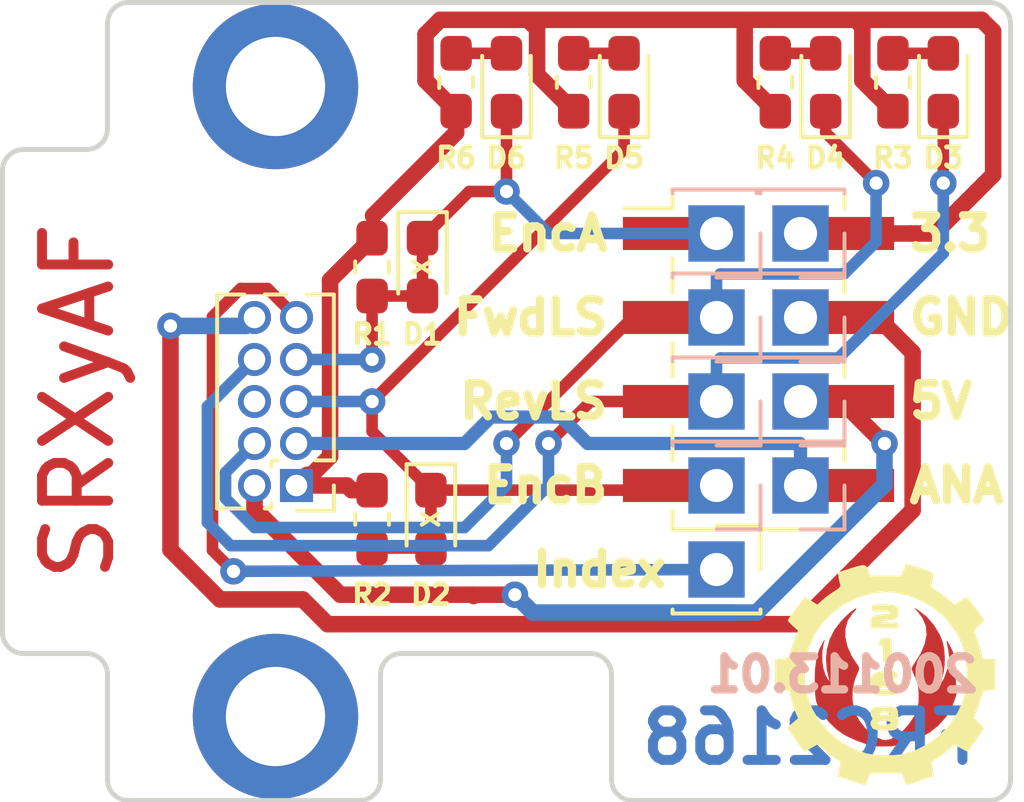
<source format=kicad_pcb>
(kicad_pcb (version 20171130) (host pcbnew "(5.1.4)-1")

  (general
    (thickness 1.6)
    (drawings 44)
    (tracks 145)
    (zones 0)
    (modules 27)
    (nets 15)
  )

  (page A4)
  (layers
    (0 F.Cu signal)
    (31 B.Cu signal)
    (32 B.Adhes user)
    (33 F.Adhes user)
    (34 B.Paste user)
    (35 F.Paste user)
    (36 B.SilkS user)
    (37 F.SilkS user)
    (38 B.Mask user)
    (39 F.Mask user)
    (40 Dwgs.User user)
    (41 Cmts.User user hide)
    (42 Eco1.User user)
    (43 Eco2.User user hide)
    (44 Edge.Cuts user)
    (45 Margin user)
    (46 B.CrtYd user)
    (47 F.CrtYd user)
    (48 B.Fab user)
    (49 F.Fab user hide)
  )

  (setup
    (last_trace_width 0.35)
    (trace_clearance 0.2)
    (zone_clearance 0.508)
    (zone_45_only no)
    (trace_min 0.2)
    (via_size 0.8)
    (via_drill 0.4)
    (via_min_size 0.4)
    (via_min_drill 0.3)
    (uvia_size 0.3)
    (uvia_drill 0.1)
    (uvias_allowed no)
    (uvia_min_size 0.2)
    (uvia_min_drill 0.1)
    (edge_width 0.15)
    (segment_width 2)
    (pcb_text_width 0.3)
    (pcb_text_size 1.5 1.5)
    (mod_edge_width 0.15)
    (mod_text_size 1 1)
    (mod_text_width 0.15)
    (pad_size 1.7 1.7)
    (pad_drill 1)
    (pad_to_mask_clearance 0.051)
    (solder_mask_min_width 0.25)
    (aux_axis_origin 0 0)
    (visible_elements 7FFFFFFF)
    (pcbplotparams
      (layerselection 0x010fc_ffffffff)
      (usegerberextensions false)
      (usegerberattributes false)
      (usegerberadvancedattributes false)
      (creategerberjobfile false)
      (excludeedgelayer true)
      (linewidth 0.100000)
      (plotframeref false)
      (viasonmask false)
      (mode 1)
      (useauxorigin false)
      (hpglpennumber 1)
      (hpglpenspeed 20)
      (hpglpendiameter 15.000000)
      (psnegative false)
      (psa4output false)
      (plotreference true)
      (plotvalue true)
      (plotinvisibletext false)
      (padsonsilk false)
      (subtractmaskfromsilk false)
      (outputformat 1)
      (mirror false)
      (drillshape 0)
      (scaleselection 1)
      (outputdirectory ""))
  )

  (net 0 "")
  (net 1 QuadratureA)
  (net 2 QuadratureB)
  (net 3 3.3V)
  (net 4 5V)
  (net 5 AnalogInput)
  (net 6 FwdLim)
  (net 7 "Net-(J1-Pad6)")
  (net 8 RevLim)
  (net 9 QuadIndex)
  (net 10 GND)
  (net 11 "Net-(D3-Pad2)")
  (net 12 "Net-(D4-Pad2)")
  (net 13 "Net-(D5-Pad2)")
  (net 14 "Net-(D6-Pad2)")

  (net_class Default "This is the default net class."
    (clearance 0.2)
    (trace_width 0.35)
    (via_dia 0.8)
    (via_drill 0.4)
    (uvia_dia 0.3)
    (uvia_drill 0.1)
    (add_net FwdLim)
    (add_net "Net-(D3-Pad2)")
    (add_net "Net-(D4-Pad2)")
    (add_net "Net-(D5-Pad2)")
    (add_net "Net-(D6-Pad2)")
    (add_net "Net-(J1-Pad6)")
    (add_net QuadIndex)
    (add_net QuadratureA)
    (add_net QuadratureB)
    (add_net RevLim)
  )

  (net_class POWER ""
    (clearance 0.2)
    (trace_width 0.5)
    (via_dia 0.8)
    (via_drill 0.4)
    (uvia_dia 0.3)
    (uvia_drill 0.1)
    (add_net 3.3V)
    (add_net 5V)
    (add_net AnalogInput)
    (add_net GND)
  )

  (module Connector_PinHeader_1.27mm:PinHeader_2x05_P1.27mm_Vertical (layer F.Cu) (tedit 5C26C89B) (tstamp 5C33A723)
    (at 156.21 116.84 180)
    (descr "Through hole straight pin header, 2x05, 1.27mm pitch, double rows")
    (tags "Through hole pin header THT 2x05 1.27mm double row")
    (path /5C26921B)
    (fp_text reference J1 (at 1.905 6.985 180) (layer F.SilkS) hide
      (effects (font (size 1 1) (thickness 0.15)))
    )
    (fp_text value Conn_02x05_Odd_Even (at 0.635 6.775 180) (layer F.Fab)
      (effects (font (size 1 1) (thickness 0.15)))
    )
    (fp_line (start -0.2175 -0.635) (end 2.34 -0.635) (layer F.Fab) (width 0.1))
    (fp_line (start 2.34 -0.635) (end 2.34 5.715) (layer F.Fab) (width 0.1))
    (fp_line (start 2.34 5.715) (end -1.07 5.715) (layer F.Fab) (width 0.1))
    (fp_line (start -1.07 5.715) (end -1.07 0.2175) (layer F.Fab) (width 0.1))
    (fp_line (start -1.07 0.2175) (end -0.2175 -0.635) (layer F.Fab) (width 0.1))
    (fp_line (start -1.13 5.775) (end -0.30753 5.775) (layer F.SilkS) (width 0.12))
    (fp_line (start 1.57753 5.775) (end 2.4 5.775) (layer F.SilkS) (width 0.12))
    (fp_line (start 0.30753 5.775) (end 0.96247 5.775) (layer F.SilkS) (width 0.12))
    (fp_line (start -1.13 0.76) (end -1.13 5.775) (layer F.SilkS) (width 0.12))
    (fp_line (start 2.4 -0.695) (end 2.4 5.775) (layer F.SilkS) (width 0.12))
    (fp_line (start -1.13 0.76) (end -0.563471 0.76) (layer F.SilkS) (width 0.12))
    (fp_line (start 0.563471 0.76) (end 0.706529 0.76) (layer F.SilkS) (width 0.12))
    (fp_line (start 0.76 0.706529) (end 0.76 0.563471) (layer F.SilkS) (width 0.12))
    (fp_line (start 0.76 -0.563471) (end 0.76 -0.695) (layer F.SilkS) (width 0.12))
    (fp_line (start 0.76 -0.695) (end 0.96247 -0.695) (layer F.SilkS) (width 0.12))
    (fp_line (start 1.57753 -0.695) (end 2.4 -0.695) (layer F.SilkS) (width 0.12))
    (fp_line (start -1.13 0) (end -1.13 -0.76) (layer F.SilkS) (width 0.12))
    (fp_line (start -1.13 -0.76) (end 0 -0.76) (layer F.SilkS) (width 0.12))
    (fp_line (start -1.6 -1.15) (end -1.6 6.25) (layer F.CrtYd) (width 0.05))
    (fp_line (start -1.6 6.25) (end 2.85 6.25) (layer F.CrtYd) (width 0.05))
    (fp_line (start 2.85 6.25) (end 2.85 -1.15) (layer F.CrtYd) (width 0.05))
    (fp_line (start 2.85 -1.15) (end -1.6 -1.15) (layer F.CrtYd) (width 0.05))
    (fp_text user %R (at 0.635 2.54 270) (layer F.Fab)
      (effects (font (size 1 1) (thickness 0.15)))
    )
    (pad 1 thru_hole rect (at 0 0 180) (size 1 1) (drill 0.65) (layers *.Cu *.Mask)
      (net 3 3.3V))
    (pad 2 thru_hole oval (at 1.27 0 180) (size 1 1) (drill 0.65) (layers *.Cu *.Mask)
      (net 4 5V))
    (pad 3 thru_hole oval (at 0 1.27 180) (size 1 1) (drill 0.65) (layers *.Cu *.Mask)
      (net 5 AnalogInput))
    (pad 4 thru_hole oval (at 1.27 1.27 180) (size 1 1) (drill 0.65) (layers *.Cu *.Mask)
      (net 6 FwdLim))
    (pad 5 thru_hole oval (at 0 2.54 180) (size 1 1) (drill 0.65) (layers *.Cu *.Mask)
      (net 2 QuadratureB))
    (pad 6 thru_hole oval (at 1.27 2.54 180) (size 1 1) (drill 0.65) (layers *.Cu *.Mask)
      (net 7 "Net-(J1-Pad6)"))
    (pad 7 thru_hole oval (at 0 3.81 180) (size 1 1) (drill 0.65) (layers *.Cu *.Mask)
      (net 1 QuadratureA))
    (pad 8 thru_hole oval (at 1.27 3.81 180) (size 1 1) (drill 0.65) (layers *.Cu *.Mask)
      (net 8 RevLim))
    (pad 9 thru_hole oval (at 0 5.08 180) (size 1 1) (drill 0.65) (layers *.Cu *.Mask)
      (net 9 QuadIndex))
    (pad 10 thru_hole oval (at 1.27 5.08 180) (size 1 1) (drill 0.65) (layers *.Cu *.Mask)
      (net 10 GND))
  )

  (module Connector_PinHeader_2.54mm:PinHeader_2x04_P2.54mm_Vertical_SMD (layer F.Cu) (tedit 59FED5CC) (tstamp 5C3379B3)
    (at 170.18 113.03)
    (descr "surface-mounted straight pin header, 2x04, 2.54mm pitch, double rows")
    (tags "Surface mounted pin header SMD 2x04 2.54mm double row")
    (path /5C269925)
    (attr smd)
    (fp_text reference J2 (at -1.905 -6.14) (layer F.SilkS) hide
      (effects (font (size 1 1) (thickness 0.15)))
    )
    (fp_text value Conn_02x04_Odd_Even (at 0 6.14) (layer F.Fab)
      (effects (font (size 1 1) (thickness 0.15)))
    )
    (fp_line (start 2.54 5.08) (end -2.54 5.08) (layer F.Fab) (width 0.1))
    (fp_line (start -1.59 -5.08) (end 2.54 -5.08) (layer F.Fab) (width 0.1))
    (fp_line (start -2.54 5.08) (end -2.54 -4.13) (layer F.Fab) (width 0.1))
    (fp_line (start -2.54 -4.13) (end -1.59 -5.08) (layer F.Fab) (width 0.1))
    (fp_line (start 2.54 -5.08) (end 2.54 5.08) (layer F.Fab) (width 0.1))
    (fp_line (start -2.54 -4.13) (end -3.6 -4.13) (layer F.Fab) (width 0.1))
    (fp_line (start -3.6 -4.13) (end -3.6 -3.49) (layer F.Fab) (width 0.1))
    (fp_line (start -3.6 -3.49) (end -2.54 -3.49) (layer F.Fab) (width 0.1))
    (fp_line (start 2.54 -4.13) (end 3.6 -4.13) (layer F.Fab) (width 0.1))
    (fp_line (start 3.6 -4.13) (end 3.6 -3.49) (layer F.Fab) (width 0.1))
    (fp_line (start 3.6 -3.49) (end 2.54 -3.49) (layer F.Fab) (width 0.1))
    (fp_line (start -2.54 -1.59) (end -3.6 -1.59) (layer F.Fab) (width 0.1))
    (fp_line (start -3.6 -1.59) (end -3.6 -0.95) (layer F.Fab) (width 0.1))
    (fp_line (start -3.6 -0.95) (end -2.54 -0.95) (layer F.Fab) (width 0.1))
    (fp_line (start 2.54 -1.59) (end 3.6 -1.59) (layer F.Fab) (width 0.1))
    (fp_line (start 3.6 -1.59) (end 3.6 -0.95) (layer F.Fab) (width 0.1))
    (fp_line (start 3.6 -0.95) (end 2.54 -0.95) (layer F.Fab) (width 0.1))
    (fp_line (start -2.54 0.95) (end -3.6 0.95) (layer F.Fab) (width 0.1))
    (fp_line (start -3.6 0.95) (end -3.6 1.59) (layer F.Fab) (width 0.1))
    (fp_line (start -3.6 1.59) (end -2.54 1.59) (layer F.Fab) (width 0.1))
    (fp_line (start 2.54 0.95) (end 3.6 0.95) (layer F.Fab) (width 0.1))
    (fp_line (start 3.6 0.95) (end 3.6 1.59) (layer F.Fab) (width 0.1))
    (fp_line (start 3.6 1.59) (end 2.54 1.59) (layer F.Fab) (width 0.1))
    (fp_line (start -2.54 3.49) (end -3.6 3.49) (layer F.Fab) (width 0.1))
    (fp_line (start -3.6 3.49) (end -3.6 4.13) (layer F.Fab) (width 0.1))
    (fp_line (start -3.6 4.13) (end -2.54 4.13) (layer F.Fab) (width 0.1))
    (fp_line (start 2.54 3.49) (end 3.6 3.49) (layer F.Fab) (width 0.1))
    (fp_line (start 3.6 3.49) (end 3.6 4.13) (layer F.Fab) (width 0.1))
    (fp_line (start 3.6 4.13) (end 2.54 4.13) (layer F.Fab) (width 0.1))
    (fp_line (start -2.6 -5.14) (end 2.6 -5.14) (layer F.SilkS) (width 0.12))
    (fp_line (start -2.6 5.14) (end 2.6 5.14) (layer F.SilkS) (width 0.12))
    (fp_line (start -4.04 -4.57) (end -2.6 -4.57) (layer F.SilkS) (width 0.12))
    (fp_line (start -2.6 -5.14) (end -2.6 -4.57) (layer F.SilkS) (width 0.12))
    (fp_line (start 2.6 -5.14) (end 2.6 -4.57) (layer F.SilkS) (width 0.12))
    (fp_line (start -2.6 4.57) (end -2.6 5.14) (layer F.SilkS) (width 0.12))
    (fp_line (start 2.6 4.57) (end 2.6 5.14) (layer F.SilkS) (width 0.12))
    (fp_line (start -2.6 -3.05) (end -2.6 -2.03) (layer F.SilkS) (width 0.12))
    (fp_line (start 2.6 -3.05) (end 2.6 -2.03) (layer F.SilkS) (width 0.12))
    (fp_line (start -2.6 -0.51) (end -2.6 0.51) (layer F.SilkS) (width 0.12))
    (fp_line (start 2.6 -0.51) (end 2.6 0.51) (layer F.SilkS) (width 0.12))
    (fp_line (start -2.6 2.03) (end -2.6 3.05) (layer F.SilkS) (width 0.12))
    (fp_line (start 2.6 2.03) (end 2.6 3.05) (layer F.SilkS) (width 0.12))
    (fp_line (start -5.9 -5.6) (end -5.9 5.6) (layer F.CrtYd) (width 0.05))
    (fp_line (start -5.9 5.6) (end 5.9 5.6) (layer F.CrtYd) (width 0.05))
    (fp_line (start 5.9 5.6) (end 5.9 -5.6) (layer F.CrtYd) (width 0.05))
    (fp_line (start 5.9 -5.6) (end -5.9 -5.6) (layer F.CrtYd) (width 0.05))
    (fp_text user %R (at 0 0 90) (layer F.Fab)
      (effects (font (size 1 1) (thickness 0.15)))
    )
    (pad 1 smd rect (at -2.525 -3.81) (size 3.15 1) (layers F.Cu F.Paste F.Mask)
      (net 1 QuadratureA))
    (pad 2 smd rect (at 2.525 -3.81) (size 3.15 1) (layers F.Cu F.Paste F.Mask)
      (net 3 3.3V))
    (pad 3 smd rect (at -2.525 -1.27) (size 3.15 1) (layers F.Cu F.Paste F.Mask)
      (net 6 FwdLim))
    (pad 4 smd rect (at 2.525 -1.27) (size 3.15 1) (layers F.Cu F.Paste F.Mask)
      (net 10 GND))
    (pad 5 smd rect (at -2.525 1.27) (size 3.15 1) (layers F.Cu F.Paste F.Mask)
      (net 8 RevLim))
    (pad 6 smd rect (at 2.525 1.27) (size 3.15 1) (layers F.Cu F.Paste F.Mask)
      (net 4 5V))
    (pad 7 smd rect (at -2.525 3.81) (size 3.15 1) (layers F.Cu F.Paste F.Mask)
      (net 2 QuadratureB))
    (pad 8 smd rect (at 2.525 3.81) (size 3.15 1) (layers F.Cu F.Paste F.Mask)
      (net 5 AnalogInput))
    (model ${KISYS3DMOD}/Connector_PinHeader_2.54mm.3dshapes/PinHeader_2x04_P2.54mm_Vertical_SMD.wrl
      (at (xyz 0 0 0))
      (scale (xyz 1 1 1))
      (rotate (xyz 0 0 0))
    )
  )

  (module small_gear_footprints:gear_small_gear (layer F.Cu) (tedit 0) (tstamp 5CAF362F)
    (at 173.99 122.555)
    (fp_text reference G*** (at 0 0) (layer F.SilkS) hide
      (effects (font (size 1.524 1.524) (thickness 0.3)))
    )
    (fp_text value LOGO (at 7.62 0) (layer F.SilkS) hide
      (effects (font (size 1.524 1.524) (thickness 0.3)))
    )
    (fp_poly (pts (xy 0.695127 -3.326481) (xy 0.801935 -3.298989) (xy 0.95383 -3.254495) (xy 1.078633 -3.215461)
      (xy 1.26697 -3.15542) (xy 1.387544 -3.109595) (xy 1.451774 -3.062227) (xy 1.471079 -2.997557)
      (xy 1.456881 -2.899827) (xy 1.420597 -2.753278) (xy 1.418809 -2.746022) (xy 1.415521 -2.680634)
      (xy 1.452582 -2.622408) (xy 1.544883 -2.552361) (xy 1.59668 -2.519231) (xy 1.748482 -2.415682)
      (xy 1.900524 -2.298753) (xy 1.958363 -2.249318) (xy 2.11756 -2.106007) (xy 2.285539 -2.21717)
      (xy 2.390997 -2.282497) (xy 2.467387 -2.321729) (xy 2.486176 -2.326938) (xy 2.52349 -2.2943)
      (xy 2.597746 -2.207497) (xy 2.696734 -2.081306) (xy 2.768232 -1.985599) (xy 3.01763 -1.645655)
      (xy 2.857236 -1.481396) (xy 2.696841 -1.317137) (xy 2.782589 -1.113652) (xy 2.845823 -0.942724)
      (xy 2.903432 -0.753534) (xy 2.920057 -0.687917) (xy 2.971778 -0.465667) (xy 3.344333 -0.465667)
      (xy 3.344333 0.465667) (xy 3.174092 0.465667) (xy 3.05628 0.475364) (xy 2.993975 0.513076)
      (xy 2.969273 0.560917) (xy 2.939863 0.644803) (xy 2.892514 0.782859) (xy 2.836167 0.948967)
      (xy 2.820707 0.994833) (xy 2.706719 1.3335) (xy 2.856193 1.464986) (xy 2.944497 1.548045)
      (xy 2.998153 1.608891) (xy 3.005667 1.624145) (xy 2.982694 1.664727) (xy 2.922037 1.75597)
      (xy 2.836091 1.880265) (xy 2.73725 2.020003) (xy 2.637906 2.157576) (xy 2.550454 2.275375)
      (xy 2.513854 2.322893) (xy 2.47387 2.31241) (xy 2.384746 2.26851) (xy 2.313039 2.228179)
      (xy 2.124587 2.117739) (xy 1.919543 2.288636) (xy 1.778938 2.398691) (xy 1.635023 2.500281)
      (xy 1.554485 2.550605) (xy 1.449862 2.625896) (xy 1.414761 2.68975) (xy 1.416993 2.700374)
      (xy 1.438495 2.77987) (xy 1.461571 2.897479) (xy 1.464408 2.914732) (xy 1.4893 3.070396)
      (xy 1.115066 3.191935) (xy 0.946178 3.247013) (xy 0.80655 3.292973) (xy 0.71674 3.323027)
      (xy 0.69704 3.329932) (xy 0.658091 3.304154) (xy 0.609565 3.22001) (xy 0.587272 3.165445)
      (xy 0.521298 2.9845) (xy -0.436632 2.9845) (xy -0.502231 3.164417) (xy -0.54592 3.270832)
      (xy -0.580946 3.332972) (xy -0.590832 3.339906) (xy -0.638517 3.325878) (xy -0.748232 3.291707)
      (xy -0.901419 3.243209) (xy -1.01012 3.208486) (xy -1.406407 3.081492) (xy -1.380629 2.92028)
      (xy -1.357351 2.797432) (xy -1.333525 2.704296) (xy -1.33008 2.694519) (xy -1.343691 2.633205)
      (xy -1.434039 2.564964) (xy -1.467572 2.546996) (xy -1.590624 2.471634) (xy -1.736095 2.365205)
      (xy -1.831207 2.286491) (xy -2.03258 2.108961) (xy -2.226113 2.222379) (xy -2.335977 2.283144)
      (xy -2.411381 2.318032) (xy -2.431368 2.321482) (xy -2.500262 2.232557) (xy -2.590392 2.10989)
      (xy -2.689138 1.971522) (xy -2.783881 1.835491) (xy -2.862003 1.719838) (xy -2.910885 1.642602)
      (xy -2.921002 1.621503) (xy -2.89122 1.576584) (xy -2.815533 1.500799) (xy -2.764839 1.456387)
      (xy -2.608673 1.325275) (xy -2.696172 1.117721) (xy -2.760649 0.943791) (xy -2.818961 0.752729)
      (xy -2.835391 0.687917) (xy -2.887112 0.465667) (xy -3.302 0.465667) (xy -3.302 0.120904)
      (xy -2.414382 0.120904) (xy -2.363773 0.532473) (xy -2.345894 0.607723) (xy -2.197085 1.01957)
      (xy -1.976417 1.397093) (xy -1.69276 1.731497) (xy -1.354981 2.013986) (xy -0.971949 2.235764)
      (xy -0.552531 2.388034) (xy -0.550333 2.388612) (xy -0.314399 2.430394) (xy -0.033639 2.449601)
      (xy 0.254986 2.445547) (xy 0.514512 2.417547) (xy 0.558833 2.409186) (xy 0.955861 2.28599)
      (xy 1.332976 2.089124) (xy 1.67627 1.829371) (xy 1.971837 1.517513) (xy 2.205769 1.164334)
      (xy 2.233552 1.110721) (xy 2.361227 0.826006) (xy 2.442765 0.562146) (xy 2.484336 0.288706)
      (xy 2.492113 -0.024747) (xy 2.488195 -0.144942) (xy 2.438216 -0.57656) (xy 2.324095 -0.962895)
      (xy 2.139758 -1.317565) (xy 1.879132 -1.654188) (xy 1.759083 -1.779952) (xy 1.45899 -2.027047)
      (xy 1.106028 -2.231452) (xy 0.722751 -2.383795) (xy 0.33171 -2.474705) (xy 0.033535 -2.496932)
      (xy -0.38439 -2.454312) (xy -0.793764 -2.33523) (xy -1.181682 -2.147776) (xy -1.535238 -1.900042)
      (xy -1.841527 -1.600119) (xy -2.087645 -1.2561) (xy -2.159612 -1.121833) (xy -2.309831 -0.729182)
      (xy -2.395578 -0.307292) (xy -2.414382 0.120904) (xy -3.302 0.120904) (xy -3.302 -0.461028)
      (xy -3.100917 -0.473931) (xy -2.978452 -0.485743) (xy -2.911892 -0.515815) (xy -2.872593 -0.586894)
      (xy -2.844779 -0.677333) (xy -2.795906 -0.831342) (xy -2.733256 -1.009692) (xy -2.700372 -1.096782)
      (xy -2.611019 -1.32573) (xy -2.76601 -1.467768) (xy -2.855353 -1.553983) (xy -2.911361 -1.616376)
      (xy -2.921 -1.633369) (xy -2.897282 -1.680593) (xy -2.835045 -1.774648) (xy -2.747667 -1.897615)
      (xy -2.648525 -2.031576) (xy -2.550999 -2.158614) (xy -2.468465 -2.26081) (xy -2.414301 -2.320247)
      (xy -2.402131 -2.328333) (xy -2.349853 -2.306742) (xy -2.255151 -2.251978) (xy -2.200873 -2.21717)
      (xy -2.032894 -2.106007) (xy -1.868389 -2.254628) (xy -1.727101 -2.369199) (xy -1.565095 -2.482652)
      (xy -1.505671 -2.519409) (xy -1.376659 -2.6087) (xy -1.328921 -2.677958) (xy -1.331154 -2.697319)
      (xy -1.353216 -2.778359) (xy -1.376972 -2.89824) (xy -1.380772 -2.921175) (xy -1.406693 -3.083281)
      (xy -1.010263 -3.210748) (xy -0.814615 -3.271181) (xy -0.68249 -3.300846) (xy -0.597492 -3.296929)
      (xy -0.543223 -3.256613) (xy -0.503288 -3.177083) (xy -0.483057 -3.120218) (xy -0.436946 -2.9845)
      (xy 0.520646 -2.9845) (xy 0.57817 -3.150652) (xy 0.617395 -3.257589) (xy 0.645924 -3.324077)
      (xy 0.651047 -3.332158) (xy 0.695127 -3.326481)) (layer F.SilkS) (width 0.01))
  )

  (module small_gear_footprints:gear_small_number (layer F.Cu) (tedit 0) (tstamp 5CAF3669)
    (at 173.99 122.555)
    (fp_text reference G*** (at 0 0) (layer F.SilkS) hide
      (effects (font (size 1.524 1.524) (thickness 0.3)))
    )
    (fp_text value LOGO (at 7.62 0) (layer F.SilkS) hide
      (effects (font (size 1.524 1.524) (thickness 0.3)))
    )
    (fp_poly (pts (xy 0.172979 -2.111339) (xy 0.305443 -2.090519) (xy 0.381877 -2.046949) (xy 0.416398 -1.973374)
      (xy 0.423333 -1.883834) (xy 0.40039 -1.750362) (xy 0.324099 -1.674994) (xy 0.183267 -1.647196)
      (xy 0.17145 -1.64678) (xy 0.034982 -1.633956) (xy -0.083712 -1.608971) (xy -0.084667 -1.608667)
      (xy -0.115738 -1.590541) (xy -0.072204 -1.578531) (xy 0.050135 -1.571842) (xy 0.116417 -1.570553)
      (xy 0.275603 -1.56615) (xy 0.367927 -1.554965) (xy 0.411173 -1.531848) (xy 0.423131 -1.491647)
      (xy 0.423333 -1.481667) (xy 0.417523 -1.443132) (xy 0.389876 -1.418463) (xy 0.325069 -1.404596)
      (xy 0.207775 -1.398466) (xy 0.022672 -1.397007) (xy 0 -1.397) (xy -0.423333 -1.397)
      (xy -0.422685 -1.534583) (xy -0.410446 -1.663784) (xy -0.36432 -1.74384) (xy -0.267958 -1.788276)
      (xy -0.10501 -1.810614) (xy -0.087354 -1.811943) (xy 0.052464 -1.827456) (xy 0.155062 -1.848909)
      (xy 0.193675 -1.867804) (xy 0.172362 -1.894033) (xy 0.071931 -1.908254) (xy -0.102866 -1.910033)
      (xy -0.22225 -1.905865) (xy -0.326498 -1.907075) (xy -0.371236 -1.934331) (xy -0.380991 -2.003347)
      (xy -0.381 -2.007596) (xy -0.377927 -2.060908) (xy -0.357395 -2.093204) (xy -0.302439 -2.109751)
      (xy -0.196092 -2.115817) (xy -0.029633 -2.116667) (xy 0.172979 -2.111339)) (layer F.SilkS) (width 0.01))
    (fp_poly (pts (xy 0.211667 -0.381) (xy -0.042333 -0.381) (xy -0.042333 -0.635) (xy -0.045471 -0.77696)
      (xy -0.059129 -0.85367) (xy -0.089677 -0.884443) (xy -0.126093 -0.889) (xy -0.182032 -0.898611)
      (xy -0.182928 -0.94354) (xy -0.161631 -0.994833) (xy -0.110978 -1.067463) (xy -0.028441 -1.096982)
      (xy 0.049128 -1.100667) (xy 0.211667 -1.100667) (xy 0.211667 -0.381)) (layer F.SilkS) (width 0.01))
    (fp_poly (pts (xy 0.224994 -0.083348) (xy 0.319658 -0.075428) (xy 0.365326 -0.054962) (xy 0.379833 -0.016006)
      (xy 0.381 0.021167) (xy 0.376155 0.077353) (xy 0.349109 0.109584) (xy 0.281091 0.125191)
      (xy 0.153332 0.131505) (xy 0.09525 0.132792) (xy -0.1905 0.138584) (xy 0.078434 0.169083)
      (xy 0.231897 0.194829) (xy 0.342885 0.229621) (xy 0.384702 0.258541) (xy 0.418302 0.364764)
      (xy 0.414997 0.487025) (xy 0.376483 0.579983) (xy 0.372533 0.5842) (xy 0.305077 0.60979)
      (xy 0.180785 0.626453) (xy 0.027063 0.633733) (xy -0.128684 0.631178) (xy -0.259049 0.618334)
      (xy -0.334861 0.595915) (xy -0.374012 0.531631) (xy -0.400259 0.423333) (xy -0.169333 0.423333)
      (xy -0.131496 0.44858) (xy -0.035765 0.463724) (xy 0.021167 0.465667) (xy 0.134776 0.457258)
      (xy 0.202925 0.435985) (xy 0.211667 0.423333) (xy 0.173829 0.398087) (xy 0.078098 0.382942)
      (xy 0.021167 0.381) (xy -0.092443 0.389408) (xy -0.160592 0.410682) (xy -0.169333 0.423333)
      (xy -0.400259 0.423333) (xy -0.40405 0.407691) (xy -0.413785 0.326237) (xy -0.41986 0.181286)
      (xy -0.403583 0.089366) (xy -0.35836 0.02032) (xy -0.343508 0.004841) (xy -0.28214 -0.042865)
      (xy -0.201603 -0.070228) (xy -0.078464 -0.082401) (xy 0.0635 -0.084667) (xy 0.224994 -0.083348)) (layer F.SilkS) (width 0.01))
    (fp_poly (pts (xy 0.136333 0.977038) (xy 0.271734 0.991478) (xy 0.357893 1.016288) (xy 0.37092 1.026583)
      (xy 0.396592 1.102039) (xy 0.410818 1.229893) (xy 0.413524 1.379208) (xy 0.404632 1.519049)
      (xy 0.384067 1.618479) (xy 0.372433 1.640155) (xy 0.301733 1.673129) (xy 0.174781 1.691519)
      (xy 0.018639 1.695821) (xy -0.139632 1.686532) (xy -0.27297 1.664145) (xy -0.354315 1.629157)
      (xy -0.35681 1.626809) (xy -0.411809 1.534191) (xy -0.417774 1.442932) (xy -0.193033 1.442932)
      (xy -0.187786 1.490968) (xy -0.182294 1.496929) (xy -0.118088 1.51808) (xy -0.010719 1.522783)
      (xy 0.099885 1.510857) (xy 0.144461 1.498397) (xy 0.194687 1.461839) (xy 0.172646 1.427233)
      (xy 0.090479 1.403103) (xy 0 1.397) (xy -0.126635 1.409525) (xy -0.193033 1.442932)
      (xy -0.417774 1.442932) (xy -0.418164 1.436975) (xy -0.377312 1.373553) (xy -0.354184 1.331288)
      (xy -0.377312 1.299088) (xy -0.418671 1.206935) (xy -0.4173 1.185333) (xy -0.169333 1.185333)
      (xy -0.131777 1.211842) (xy -0.037958 1.226587) (xy 0 1.227667) (xy 0.106037 1.218277)
      (xy 0.165015 1.194823) (xy 0.169333 1.185333) (xy 0.131777 1.158824) (xy 0.037957 1.144079)
      (xy 0 1.143) (xy -0.106037 1.152389) (xy -0.165016 1.175844) (xy -0.169333 1.185333)
      (xy -0.4173 1.185333) (xy -0.411549 1.094782) (xy -0.372533 1.024467) (xy -0.302742 0.996681)
      (xy -0.177162 0.979564) (xy -0.022052 0.973041) (xy 0.136333 0.977038)) (layer F.SilkS) (width 0.01))
  )

  (module small_gear_footprints:gear_small_wings-cu (layer F.Cu) (tedit 5C26F97C) (tstamp 5CBB7758)
    (at 173.99 122.555)
    (fp_text reference Wings (at 0 0) (layer F.SilkS) hide
      (effects (font (size 1.524 1.524) (thickness 0.3)))
    )
    (fp_text value LOGO (at 7.62 0) (layer F.SilkS) hide
      (effects (font (size 1.524 1.524) (thickness 0.3)))
    )
    (fp_poly (pts (xy 1.037167 -1.928825) (xy 1.274694 -1.742766) (xy 1.489016 -1.495419) (xy 1.662353 -1.209989)
      (xy 1.75048 -0.997876) (xy 1.795452 -0.796396) (xy 1.816737 -0.553272) (xy 1.814147 -0.301995)
      (xy 1.787493 -0.076054) (xy 1.756381 0.043614) (xy 1.71636 0.177972) (xy 1.713157 0.238159)
      (xy 1.741469 0.221689) (xy 1.795994 0.126079) (xy 1.820251 0.073545) (xy 1.928344 -0.241119)
      (xy 1.960796 -0.529977) (xy 1.927994 -0.769637) (xy 1.898676 -0.896475) (xy 1.884802 -0.985557)
      (xy 1.886695 -1.011806) (xy 1.911643 -0.985712) (xy 1.96042 -0.900844) (xy 2.020807 -0.77903)
      (xy 2.073786 -0.656704) (xy 2.108747 -0.544237) (xy 2.129901 -0.417367) (xy 2.141456 -0.251828)
      (xy 2.147104 -0.050998) (xy 2.152695 0.143359) (xy 2.160802 0.306497) (xy 2.17028 0.419807)
      (xy 2.178768 0.463404) (xy 2.183045 0.535225) (xy 2.153784 0.660048) (xy 2.099066 0.817145)
      (xy 2.026972 0.985786) (xy 1.945581 1.145241) (xy 1.862973 1.274782) (xy 1.861989 1.276095)
      (xy 1.632649 1.536323) (xy 1.366618 1.746951) (xy 1.040471 1.926494) (xy 1.037167 1.928037)
      (xy 0.60381 2.091618) (xy 0.183865 2.172195) (xy -0.221893 2.16964) (xy -0.328059 2.154825)
      (xy -0.558888 2.098087) (xy -0.822725 2.005192) (xy -1.084066 1.889733) (xy -1.244417 1.803993)
      (xy -1.448846 1.65653) (xy -1.655387 1.460756) (xy -1.838267 1.244148) (xy -1.97171 1.03418)
      (xy -1.977549 1.022462) (xy -2.027053 0.913581) (xy -2.060863 0.812053) (xy -2.082544 0.696593)
      (xy -2.095662 0.545916) (xy -2.103783 0.338736) (xy -2.10593 0.25618) (xy -2.098791 -0.143341)
      (xy -2.054882 -0.475758) (xy -1.972295 -0.751119) (xy -1.880685 -0.931333) (xy -1.815027 -1.037167)
      (xy -1.844559 -0.931333) (xy -1.885673 -0.694354) (xy -1.88822 -0.44058) (xy -1.85529 -0.195342)
      (xy -1.789971 0.016027) (xy -1.712909 0.148167) (xy -1.644088 0.232833) (xy -1.672507 0.148167)
      (xy -1.740915 -0.145277) (xy -1.764396 -0.460908) (xy -1.740368 -0.74933) (xy -1.653067 -1.068793)
      (xy -1.510249 -1.352637) (xy -1.300208 -1.622005) (xy -1.200214 -1.725084) (xy -1.077148 -1.839727)
      (xy -0.973726 -1.92546) (xy -0.898509 -1.977827) (xy -0.860056 -1.992374) (xy -0.866927 -1.964647)
      (xy -0.927682 -1.890192) (xy -0.970795 -1.844463) (xy -1.110361 -1.642295) (xy -1.182362 -1.401746)
      (xy -1.187631 -1.134335) (xy -1.126998 -0.851584) (xy -1.001297 -0.565014) (xy -0.862998 -0.352075)
      (xy -0.798211 -0.262352) (xy -0.771017 -0.196895) (xy -0.780965 -0.126103) (xy -0.827604 -0.020373)
      (xy -0.857031 0.039551) (xy -0.930656 0.257496) (xy -0.968254 0.51813) (xy -0.968867 0.788849)
      (xy -0.931538 1.037046) (xy -0.890018 1.162783) (xy -0.766904 1.389549) (xy -0.606887 1.597988)
      (xy -0.424907 1.774694) (xy -0.235901 1.906261) (xy -0.054808 1.979283) (xy 0.03138 1.989667)
      (xy 0.196585 1.952815) (xy 0.379808 1.850828) (xy 0.566104 1.696556) (xy 0.740526 1.502848)
      (xy 0.888129 1.282556) (xy 0.917642 1.227667) (xy 0.981592 1.088717) (xy 1.017959 0.961973)
      (xy 1.033964 0.812849) (xy 1.03696 0.656167) (xy 1.031247 0.457732) (xy 1.008985 0.306222)
      (xy 0.962779 0.164391) (xy 0.920092 0.067605) (xy 0.858337 -0.068626) (xy 0.830482 -0.153466)
      (xy 0.833566 -0.211745) (xy 0.864627 -0.268293) (xy 0.877793 -0.287001) (xy 1.088179 -0.620908)
      (xy 1.220721 -0.925843) (xy 1.275742 -1.205369) (xy 1.253563 -1.463049) (xy 1.154506 -1.702448)
      (xy 1.02175 -1.881388) (xy 0.910167 -2.005943) (xy 1.037167 -1.928825)) (layer F.Cu) (width 0.01))
  )

  (module small_gear_footprints:gear_small_wings-f.mask (layer F.Cu) (tedit 5C26F9FC) (tstamp 5CC7B8E9)
    (at 173.99 122.555)
    (fp_text reference Wings (at 0 0) (layer F.SilkS) hide
      (effects (font (size 1.524 1.524) (thickness 0.3)))
    )
    (fp_text value LOGO (at 7.62 0) (layer F.SilkS) hide
      (effects (font (size 1.524 1.524) (thickness 0.3)))
    )
    (fp_poly (pts (xy 1.037167 -1.928825) (xy 1.274694 -1.742766) (xy 1.489016 -1.495419) (xy 1.662353 -1.209989)
      (xy 1.75048 -0.997876) (xy 1.795452 -0.796396) (xy 1.816737 -0.553272) (xy 1.814147 -0.301995)
      (xy 1.787493 -0.076054) (xy 1.756381 0.043614) (xy 1.71636 0.177972) (xy 1.713157 0.238159)
      (xy 1.741469 0.221689) (xy 1.795994 0.126079) (xy 1.820251 0.073545) (xy 1.928344 -0.241119)
      (xy 1.960796 -0.529977) (xy 1.927994 -0.769637) (xy 1.898676 -0.896475) (xy 1.884802 -0.985557)
      (xy 1.886695 -1.011806) (xy 1.911643 -0.985712) (xy 1.96042 -0.900844) (xy 2.020807 -0.77903)
      (xy 2.073786 -0.656704) (xy 2.108747 -0.544237) (xy 2.129901 -0.417367) (xy 2.141456 -0.251828)
      (xy 2.147104 -0.050998) (xy 2.152695 0.143359) (xy 2.160802 0.306497) (xy 2.17028 0.419807)
      (xy 2.178768 0.463404) (xy 2.183045 0.535225) (xy 2.153784 0.660048) (xy 2.099066 0.817145)
      (xy 2.026972 0.985786) (xy 1.945581 1.145241) (xy 1.862973 1.274782) (xy 1.861989 1.276095)
      (xy 1.632649 1.536323) (xy 1.366618 1.746951) (xy 1.040471 1.926494) (xy 1.037167 1.928037)
      (xy 0.60381 2.091618) (xy 0.183865 2.172195) (xy -0.221893 2.16964) (xy -0.328059 2.154825)
      (xy -0.558888 2.098087) (xy -0.822725 2.005192) (xy -1.084066 1.889733) (xy -1.244417 1.803993)
      (xy -1.448846 1.65653) (xy -1.655387 1.460756) (xy -1.838267 1.244148) (xy -1.97171 1.03418)
      (xy -1.977549 1.022462) (xy -2.027053 0.913581) (xy -2.060863 0.812053) (xy -2.082544 0.696593)
      (xy -2.095662 0.545916) (xy -2.103783 0.338736) (xy -2.10593 0.25618) (xy -2.098791 -0.143341)
      (xy -2.054882 -0.475758) (xy -1.972295 -0.751119) (xy -1.880685 -0.931333) (xy -1.815027 -1.037167)
      (xy -1.844559 -0.931333) (xy -1.885673 -0.694354) (xy -1.88822 -0.44058) (xy -1.85529 -0.195342)
      (xy -1.789971 0.016027) (xy -1.712909 0.148167) (xy -1.644088 0.232833) (xy -1.672507 0.148167)
      (xy -1.740915 -0.145277) (xy -1.764396 -0.460908) (xy -1.740368 -0.74933) (xy -1.653067 -1.068793)
      (xy -1.510249 -1.352637) (xy -1.300208 -1.622005) (xy -1.200214 -1.725084) (xy -1.077148 -1.839727)
      (xy -0.973726 -1.92546) (xy -0.898509 -1.977827) (xy -0.860056 -1.992374) (xy -0.866927 -1.964647)
      (xy -0.927682 -1.890192) (xy -0.970795 -1.844463) (xy -1.110361 -1.642295) (xy -1.182362 -1.401746)
      (xy -1.187631 -1.134335) (xy -1.126998 -0.851584) (xy -1.001297 -0.565014) (xy -0.862998 -0.352075)
      (xy -0.798211 -0.262352) (xy -0.771017 -0.196895) (xy -0.780965 -0.126103) (xy -0.827604 -0.020373)
      (xy -0.857031 0.039551) (xy -0.930656 0.257496) (xy -0.968254 0.51813) (xy -0.968867 0.788849)
      (xy -0.931538 1.037046) (xy -0.890018 1.162783) (xy -0.766904 1.389549) (xy -0.606887 1.597988)
      (xy -0.424907 1.774694) (xy -0.235901 1.906261) (xy -0.054808 1.979283) (xy 0.03138 1.989667)
      (xy 0.196585 1.952815) (xy 0.379808 1.850828) (xy 0.566104 1.696556) (xy 0.740526 1.502848)
      (xy 0.888129 1.282556) (xy 0.917642 1.227667) (xy 0.981592 1.088717) (xy 1.017959 0.961973)
      (xy 1.033964 0.812849) (xy 1.03696 0.656167) (xy 1.031247 0.457732) (xy 1.008985 0.306222)
      (xy 0.962779 0.164391) (xy 0.920092 0.067605) (xy 0.858337 -0.068626) (xy 0.830482 -0.153466)
      (xy 0.833566 -0.211745) (xy 0.864627 -0.268293) (xy 0.877793 -0.287001) (xy 1.088179 -0.620908)
      (xy 1.220721 -0.925843) (xy 1.275742 -1.205369) (xy 1.253563 -1.463049) (xy 1.154506 -1.702448)
      (xy 1.02175 -1.881388) (xy 0.910167 -2.005943) (xy 1.037167 -1.928825)) (layer F.Mask) (width 0.01))
  )

  (module Diode_SMD:D_0603_1608Metric_Pad1.05x0.95mm_HandSolder (layer F.Cu) (tedit 5B4B45C8) (tstamp 5E1C696C)
    (at 160.02 110.236 270)
    (descr "Diode SMD 0603 (1608 Metric), square (rectangular) end terminal, IPC_7351 nominal, (Body size source: http://www.tortai-tech.com/upload/download/2011102023233369053.pdf), generated with kicad-footprint-generator")
    (tags "diode handsolder")
    (path /5C26BD48)
    (attr smd)
    (fp_text reference D1 (at 2.032 0 180) (layer F.SilkS)
      (effects (font (size 0.6 0.6) (thickness 0.15)))
    )
    (fp_text value D_Schottky (at 0 1.43 90) (layer F.Fab)
      (effects (font (size 1 1) (thickness 0.15)))
    )
    (fp_line (start 0.8 -0.4) (end -0.5 -0.4) (layer F.Fab) (width 0.1))
    (fp_line (start -0.5 -0.4) (end -0.8 -0.1) (layer F.Fab) (width 0.1))
    (fp_line (start -0.8 -0.1) (end -0.8 0.4) (layer F.Fab) (width 0.1))
    (fp_line (start -0.8 0.4) (end 0.8 0.4) (layer F.Fab) (width 0.1))
    (fp_line (start 0.8 0.4) (end 0.8 -0.4) (layer F.Fab) (width 0.1))
    (fp_line (start 0.8 -0.735) (end -1.66 -0.735) (layer F.SilkS) (width 0.12))
    (fp_line (start -1.66 -0.735) (end -1.66 0.735) (layer F.SilkS) (width 0.12))
    (fp_line (start -1.66 0.735) (end 0.8 0.735) (layer F.SilkS) (width 0.12))
    (fp_line (start -1.65 0.73) (end -1.65 -0.73) (layer F.CrtYd) (width 0.05))
    (fp_line (start -1.65 -0.73) (end 1.65 -0.73) (layer F.CrtYd) (width 0.05))
    (fp_line (start 1.65 -0.73) (end 1.65 0.73) (layer F.CrtYd) (width 0.05))
    (fp_line (start 1.65 0.73) (end -1.65 0.73) (layer F.CrtYd) (width 0.05))
    (fp_text user %R (at 0 0 90) (layer F.Fab)
      (effects (font (size 0.4 0.4) (thickness 0.06)))
    )
    (pad 1 smd roundrect (at -0.875 0 270) (size 1.05 0.95) (layers F.Cu F.Paste F.Mask) (roundrect_rratio 0.25)
      (net 1 QuadratureA))
    (pad 2 smd roundrect (at 0.875 0 270) (size 1.05 0.95) (layers F.Cu F.Paste F.Mask) (roundrect_rratio 0.25)
      (net 1 QuadratureA))
    (model ${KISYS3DMOD}/Diode_SMD.3dshapes/D_0603_1608Metric.wrl
      (at (xyz 0 0 0))
      (scale (xyz 1 1 1))
      (rotate (xyz 0 0 0))
    )
  )

  (module Diode_SMD:D_0603_1608Metric_Pad1.05x0.95mm_HandSolder (layer F.Cu) (tedit 5B4B45C8) (tstamp 5E1C697E)
    (at 160.274 117.856 270)
    (descr "Diode SMD 0603 (1608 Metric), square (rectangular) end terminal, IPC_7351 nominal, (Body size source: http://www.tortai-tech.com/upload/download/2011102023233369053.pdf), generated with kicad-footprint-generator")
    (tags "diode handsolder")
    (path /5C26BCC8)
    (attr smd)
    (fp_text reference D2 (at 2.286 0 180) (layer F.SilkS)
      (effects (font (size 0.6 0.6) (thickness 0.15)))
    )
    (fp_text value D_Schottky (at 0 1.43 90) (layer F.Fab)
      (effects (font (size 1 1) (thickness 0.15)))
    )
    (fp_text user %R (at 0 0 90) (layer F.Fab)
      (effects (font (size 0.4 0.4) (thickness 0.06)))
    )
    (fp_line (start 1.65 0.73) (end -1.65 0.73) (layer F.CrtYd) (width 0.05))
    (fp_line (start 1.65 -0.73) (end 1.65 0.73) (layer F.CrtYd) (width 0.05))
    (fp_line (start -1.65 -0.73) (end 1.65 -0.73) (layer F.CrtYd) (width 0.05))
    (fp_line (start -1.65 0.73) (end -1.65 -0.73) (layer F.CrtYd) (width 0.05))
    (fp_line (start -1.66 0.735) (end 0.8 0.735) (layer F.SilkS) (width 0.12))
    (fp_line (start -1.66 -0.735) (end -1.66 0.735) (layer F.SilkS) (width 0.12))
    (fp_line (start 0.8 -0.735) (end -1.66 -0.735) (layer F.SilkS) (width 0.12))
    (fp_line (start 0.8 0.4) (end 0.8 -0.4) (layer F.Fab) (width 0.1))
    (fp_line (start -0.8 0.4) (end 0.8 0.4) (layer F.Fab) (width 0.1))
    (fp_line (start -0.8 -0.1) (end -0.8 0.4) (layer F.Fab) (width 0.1))
    (fp_line (start -0.5 -0.4) (end -0.8 -0.1) (layer F.Fab) (width 0.1))
    (fp_line (start 0.8 -0.4) (end -0.5 -0.4) (layer F.Fab) (width 0.1))
    (pad 2 smd roundrect (at 0.875 0 270) (size 1.05 0.95) (layers F.Cu F.Paste F.Mask) (roundrect_rratio 0.25)
      (net 2 QuadratureB))
    (pad 1 smd roundrect (at -0.875 0 270) (size 1.05 0.95) (layers F.Cu F.Paste F.Mask) (roundrect_rratio 0.25)
      (net 2 QuadratureB))
    (model ${KISYS3DMOD}/Diode_SMD.3dshapes/D_0603_1608Metric.wrl
      (at (xyz 0 0 0))
      (scale (xyz 1 1 1))
      (rotate (xyz 0 0 0))
    )
  )

  (module Diode_SMD:D_0603_1608Metric_Pad1.05x0.95mm_HandSolder (layer F.Cu) (tedit 5B4B45C8) (tstamp 5E1C69A2)
    (at 175.768 104.648 90)
    (descr "Diode SMD 0603 (1608 Metric), square (rectangular) end terminal, IPC_7351 nominal, (Body size source: http://www.tortai-tech.com/upload/download/2011102023233369053.pdf), generated with kicad-footprint-generator")
    (tags "diode handsolder")
    (path /5E1E2693)
    (attr smd)
    (fp_text reference D3 (at -2.286 0 180) (layer F.SilkS)
      (effects (font (size 0.6 0.6) (thickness 0.15)))
    )
    (fp_text value LED (at 0 1.43 90) (layer F.Fab)
      (effects (font (size 1 1) (thickness 0.15)))
    )
    (fp_text user %R (at 0 0 90) (layer F.Fab)
      (effects (font (size 0.4 0.4) (thickness 0.06)))
    )
    (fp_line (start 1.65 0.73) (end -1.65 0.73) (layer F.CrtYd) (width 0.05))
    (fp_line (start 1.65 -0.73) (end 1.65 0.73) (layer F.CrtYd) (width 0.05))
    (fp_line (start -1.65 -0.73) (end 1.65 -0.73) (layer F.CrtYd) (width 0.05))
    (fp_line (start -1.65 0.73) (end -1.65 -0.73) (layer F.CrtYd) (width 0.05))
    (fp_line (start -1.66 0.735) (end 0.8 0.735) (layer F.SilkS) (width 0.12))
    (fp_line (start -1.66 -0.735) (end -1.66 0.735) (layer F.SilkS) (width 0.12))
    (fp_line (start 0.8 -0.735) (end -1.66 -0.735) (layer F.SilkS) (width 0.12))
    (fp_line (start 0.8 0.4) (end 0.8 -0.4) (layer F.Fab) (width 0.1))
    (fp_line (start -0.8 0.4) (end 0.8 0.4) (layer F.Fab) (width 0.1))
    (fp_line (start -0.8 -0.1) (end -0.8 0.4) (layer F.Fab) (width 0.1))
    (fp_line (start -0.5 -0.4) (end -0.8 -0.1) (layer F.Fab) (width 0.1))
    (fp_line (start 0.8 -0.4) (end -0.5 -0.4) (layer F.Fab) (width 0.1))
    (pad 2 smd roundrect (at 0.875 0 90) (size 1.05 0.95) (layers F.Cu F.Paste F.Mask) (roundrect_rratio 0.25)
      (net 11 "Net-(D3-Pad2)"))
    (pad 1 smd roundrect (at -0.875 0 90) (size 1.05 0.95) (layers F.Cu F.Paste F.Mask) (roundrect_rratio 0.25)
      (net 8 RevLim))
    (model ${KISYS3DMOD}/Diode_SMD.3dshapes/D_0603_1608Metric.wrl
      (at (xyz 0 0 0))
      (scale (xyz 1 1 1))
      (rotate (xyz 0 0 0))
    )
  )

  (module Diode_SMD:D_0603_1608Metric_Pad1.05x0.95mm_HandSolder (layer F.Cu) (tedit 5B4B45C8) (tstamp 5E1C69B5)
    (at 172.212 104.648 90)
    (descr "Diode SMD 0603 (1608 Metric), square (rectangular) end terminal, IPC_7351 nominal, (Body size source: http://www.tortai-tech.com/upload/download/2011102023233369053.pdf), generated with kicad-footprint-generator")
    (tags "diode handsolder")
    (path /5E1F15B3)
    (attr smd)
    (fp_text reference D4 (at -2.286 0 180) (layer F.SilkS)
      (effects (font (size 0.6 0.6) (thickness 0.15)))
    )
    (fp_text value LED (at 0 1.43 90) (layer F.Fab)
      (effects (font (size 1 1) (thickness 0.15)))
    )
    (fp_line (start 0.8 -0.4) (end -0.5 -0.4) (layer F.Fab) (width 0.1))
    (fp_line (start -0.5 -0.4) (end -0.8 -0.1) (layer F.Fab) (width 0.1))
    (fp_line (start -0.8 -0.1) (end -0.8 0.4) (layer F.Fab) (width 0.1))
    (fp_line (start -0.8 0.4) (end 0.8 0.4) (layer F.Fab) (width 0.1))
    (fp_line (start 0.8 0.4) (end 0.8 -0.4) (layer F.Fab) (width 0.1))
    (fp_line (start 0.8 -0.735) (end -1.66 -0.735) (layer F.SilkS) (width 0.12))
    (fp_line (start -1.66 -0.735) (end -1.66 0.735) (layer F.SilkS) (width 0.12))
    (fp_line (start -1.66 0.735) (end 0.8 0.735) (layer F.SilkS) (width 0.12))
    (fp_line (start -1.65 0.73) (end -1.65 -0.73) (layer F.CrtYd) (width 0.05))
    (fp_line (start -1.65 -0.73) (end 1.65 -0.73) (layer F.CrtYd) (width 0.05))
    (fp_line (start 1.65 -0.73) (end 1.65 0.73) (layer F.CrtYd) (width 0.05))
    (fp_line (start 1.65 0.73) (end -1.65 0.73) (layer F.CrtYd) (width 0.05))
    (fp_text user %R (at 0 0 90) (layer F.Fab)
      (effects (font (size 0.4 0.4) (thickness 0.06)))
    )
    (pad 1 smd roundrect (at -0.875 0 90) (size 1.05 0.95) (layers F.Cu F.Paste F.Mask) (roundrect_rratio 0.25)
      (net 6 FwdLim))
    (pad 2 smd roundrect (at 0.875 0 90) (size 1.05 0.95) (layers F.Cu F.Paste F.Mask) (roundrect_rratio 0.25)
      (net 12 "Net-(D4-Pad2)"))
    (model ${KISYS3DMOD}/Diode_SMD.3dshapes/D_0603_1608Metric.wrl
      (at (xyz 0 0 0))
      (scale (xyz 1 1 1))
      (rotate (xyz 0 0 0))
    )
  )

  (module Diode_SMD:D_0603_1608Metric_Pad1.05x0.95mm_HandSolder (layer F.Cu) (tedit 5B4B45C8) (tstamp 5E1C69C8)
    (at 166.116 104.648 90)
    (descr "Diode SMD 0603 (1608 Metric), square (rectangular) end terminal, IPC_7351 nominal, (Body size source: http://www.tortai-tech.com/upload/download/2011102023233369053.pdf), generated with kicad-footprint-generator")
    (tags "diode handsolder")
    (path /5E1F2FC0)
    (attr smd)
    (fp_text reference D5 (at -2.286 0 180) (layer F.SilkS)
      (effects (font (size 0.6 0.6) (thickness 0.15)))
    )
    (fp_text value LED (at 0 1.43 90) (layer F.Fab)
      (effects (font (size 1 1) (thickness 0.15)))
    )
    (fp_text user %R (at 0 0 90) (layer F.Fab)
      (effects (font (size 0.4 0.4) (thickness 0.06)))
    )
    (fp_line (start 1.65 0.73) (end -1.65 0.73) (layer F.CrtYd) (width 0.05))
    (fp_line (start 1.65 -0.73) (end 1.65 0.73) (layer F.CrtYd) (width 0.05))
    (fp_line (start -1.65 -0.73) (end 1.65 -0.73) (layer F.CrtYd) (width 0.05))
    (fp_line (start -1.65 0.73) (end -1.65 -0.73) (layer F.CrtYd) (width 0.05))
    (fp_line (start -1.66 0.735) (end 0.8 0.735) (layer F.SilkS) (width 0.12))
    (fp_line (start -1.66 -0.735) (end -1.66 0.735) (layer F.SilkS) (width 0.12))
    (fp_line (start 0.8 -0.735) (end -1.66 -0.735) (layer F.SilkS) (width 0.12))
    (fp_line (start 0.8 0.4) (end 0.8 -0.4) (layer F.Fab) (width 0.1))
    (fp_line (start -0.8 0.4) (end 0.8 0.4) (layer F.Fab) (width 0.1))
    (fp_line (start -0.8 -0.1) (end -0.8 0.4) (layer F.Fab) (width 0.1))
    (fp_line (start -0.5 -0.4) (end -0.8 -0.1) (layer F.Fab) (width 0.1))
    (fp_line (start 0.8 -0.4) (end -0.5 -0.4) (layer F.Fab) (width 0.1))
    (pad 2 smd roundrect (at 0.875 0 90) (size 1.05 0.95) (layers F.Cu F.Paste F.Mask) (roundrect_rratio 0.25)
      (net 13 "Net-(D5-Pad2)"))
    (pad 1 smd roundrect (at -0.875 0 90) (size 1.05 0.95) (layers F.Cu F.Paste F.Mask) (roundrect_rratio 0.25)
      (net 2 QuadratureB))
    (model ${KISYS3DMOD}/Diode_SMD.3dshapes/D_0603_1608Metric.wrl
      (at (xyz 0 0 0))
      (scale (xyz 1 1 1))
      (rotate (xyz 0 0 0))
    )
  )

  (module Diode_SMD:D_0603_1608Metric_Pad1.05x0.95mm_HandSolder (layer F.Cu) (tedit 5B4B45C8) (tstamp 5E1C69DB)
    (at 162.56 104.648 90)
    (descr "Diode SMD 0603 (1608 Metric), square (rectangular) end terminal, IPC_7351 nominal, (Body size source: http://www.tortai-tech.com/upload/download/2011102023233369053.pdf), generated with kicad-footprint-generator")
    (tags "diode handsolder")
    (path /5E1F4D58)
    (attr smd)
    (fp_text reference D6 (at -2.286 0 180) (layer F.SilkS)
      (effects (font (size 0.6 0.6) (thickness 0.15)))
    )
    (fp_text value LED (at 0 1.43 90) (layer F.Fab)
      (effects (font (size 1 1) (thickness 0.15)))
    )
    (fp_line (start 0.8 -0.4) (end -0.5 -0.4) (layer F.Fab) (width 0.1))
    (fp_line (start -0.5 -0.4) (end -0.8 -0.1) (layer F.Fab) (width 0.1))
    (fp_line (start -0.8 -0.1) (end -0.8 0.4) (layer F.Fab) (width 0.1))
    (fp_line (start -0.8 0.4) (end 0.8 0.4) (layer F.Fab) (width 0.1))
    (fp_line (start 0.8 0.4) (end 0.8 -0.4) (layer F.Fab) (width 0.1))
    (fp_line (start 0.8 -0.735) (end -1.66 -0.735) (layer F.SilkS) (width 0.12))
    (fp_line (start -1.66 -0.735) (end -1.66 0.735) (layer F.SilkS) (width 0.12))
    (fp_line (start -1.66 0.735) (end 0.8 0.735) (layer F.SilkS) (width 0.12))
    (fp_line (start -1.65 0.73) (end -1.65 -0.73) (layer F.CrtYd) (width 0.05))
    (fp_line (start -1.65 -0.73) (end 1.65 -0.73) (layer F.CrtYd) (width 0.05))
    (fp_line (start 1.65 -0.73) (end 1.65 0.73) (layer F.CrtYd) (width 0.05))
    (fp_line (start 1.65 0.73) (end -1.65 0.73) (layer F.CrtYd) (width 0.05))
    (fp_text user %R (at 0 0 90) (layer F.Fab)
      (effects (font (size 0.4 0.4) (thickness 0.06)))
    )
    (pad 1 smd roundrect (at -0.875 0 90) (size 1.05 0.95) (layers F.Cu F.Paste F.Mask) (roundrect_rratio 0.25)
      (net 1 QuadratureA))
    (pad 2 smd roundrect (at 0.875 0 90) (size 1.05 0.95) (layers F.Cu F.Paste F.Mask) (roundrect_rratio 0.25)
      (net 14 "Net-(D6-Pad2)"))
    (model ${KISYS3DMOD}/Diode_SMD.3dshapes/D_0603_1608Metric.wrl
      (at (xyz 0 0 0))
      (scale (xyz 1 1 1))
      (rotate (xyz 0 0 0))
    )
  )

  (module Resistor_SMD:R_0603_1608Metric_Pad1.05x0.95mm_HandSolder (layer F.Cu) (tedit 5B301BBD) (tstamp 5E1C69DC)
    (at 158.496 110.236 270)
    (descr "Resistor SMD 0603 (1608 Metric), square (rectangular) end terminal, IPC_7351 nominal with elongated pad for handsoldering. (Body size source: http://www.tortai-tech.com/upload/download/2011102023233369053.pdf), generated with kicad-footprint-generator")
    (tags "resistor handsolder")
    (path /5C26C4AD)
    (attr smd)
    (fp_text reference R1 (at 2.032 0 180) (layer F.SilkS)
      (effects (font (size 0.6 0.6) (thickness 0.15)))
    )
    (fp_text value 10K (at 0 1.43 90) (layer F.Fab)
      (effects (font (size 1 1) (thickness 0.15)))
    )
    (fp_text user %R (at 0 0 90) (layer F.Fab)
      (effects (font (size 0.4 0.4) (thickness 0.06)))
    )
    (fp_line (start 1.65 0.73) (end -1.65 0.73) (layer F.CrtYd) (width 0.05))
    (fp_line (start 1.65 -0.73) (end 1.65 0.73) (layer F.CrtYd) (width 0.05))
    (fp_line (start -1.65 -0.73) (end 1.65 -0.73) (layer F.CrtYd) (width 0.05))
    (fp_line (start -1.65 0.73) (end -1.65 -0.73) (layer F.CrtYd) (width 0.05))
    (fp_line (start -0.171267 0.51) (end 0.171267 0.51) (layer F.SilkS) (width 0.12))
    (fp_line (start -0.171267 -0.51) (end 0.171267 -0.51) (layer F.SilkS) (width 0.12))
    (fp_line (start 0.8 0.4) (end -0.8 0.4) (layer F.Fab) (width 0.1))
    (fp_line (start 0.8 -0.4) (end 0.8 0.4) (layer F.Fab) (width 0.1))
    (fp_line (start -0.8 -0.4) (end 0.8 -0.4) (layer F.Fab) (width 0.1))
    (fp_line (start -0.8 0.4) (end -0.8 -0.4) (layer F.Fab) (width 0.1))
    (pad 2 smd roundrect (at 0.875 0 270) (size 1.05 0.95) (layers F.Cu F.Paste F.Mask) (roundrect_rratio 0.25)
      (net 1 QuadratureA))
    (pad 1 smd roundrect (at -0.875 0 270) (size 1.05 0.95) (layers F.Cu F.Paste F.Mask) (roundrect_rratio 0.25)
      (net 3 3.3V))
    (model ${KISYS3DMOD}/Resistor_SMD.3dshapes/R_0603_1608Metric.wrl
      (at (xyz 0 0 0))
      (scale (xyz 1 1 1))
      (rotate (xyz 0 0 0))
    )
  )

  (module Resistor_SMD:R_0603_1608Metric_Pad1.05x0.95mm_HandSolder (layer F.Cu) (tedit 5B301BBD) (tstamp 5E1C69EC)
    (at 158.496 117.856 90)
    (descr "Resistor SMD 0603 (1608 Metric), square (rectangular) end terminal, IPC_7351 nominal with elongated pad for handsoldering. (Body size source: http://www.tortai-tech.com/upload/download/2011102023233369053.pdf), generated with kicad-footprint-generator")
    (tags "resistor handsolder")
    (path /5C26C507)
    (attr smd)
    (fp_text reference R2 (at -2.286 0 180) (layer F.SilkS)
      (effects (font (size 0.6 0.6) (thickness 0.15)))
    )
    (fp_text value 10K (at 0 1.43 90) (layer F.Fab)
      (effects (font (size 1 1) (thickness 0.15)))
    )
    (fp_line (start -0.8 0.4) (end -0.8 -0.4) (layer F.Fab) (width 0.1))
    (fp_line (start -0.8 -0.4) (end 0.8 -0.4) (layer F.Fab) (width 0.1))
    (fp_line (start 0.8 -0.4) (end 0.8 0.4) (layer F.Fab) (width 0.1))
    (fp_line (start 0.8 0.4) (end -0.8 0.4) (layer F.Fab) (width 0.1))
    (fp_line (start -0.171267 -0.51) (end 0.171267 -0.51) (layer F.SilkS) (width 0.12))
    (fp_line (start -0.171267 0.51) (end 0.171267 0.51) (layer F.SilkS) (width 0.12))
    (fp_line (start -1.65 0.73) (end -1.65 -0.73) (layer F.CrtYd) (width 0.05))
    (fp_line (start -1.65 -0.73) (end 1.65 -0.73) (layer F.CrtYd) (width 0.05))
    (fp_line (start 1.65 -0.73) (end 1.65 0.73) (layer F.CrtYd) (width 0.05))
    (fp_line (start 1.65 0.73) (end -1.65 0.73) (layer F.CrtYd) (width 0.05))
    (fp_text user %R (at 0 0 90) (layer F.Fab)
      (effects (font (size 0.4 0.4) (thickness 0.06)))
    )
    (pad 1 smd roundrect (at -0.875 0 90) (size 1.05 0.95) (layers F.Cu F.Paste F.Mask) (roundrect_rratio 0.25)
      (net 2 QuadratureB))
    (pad 2 smd roundrect (at 0.875 0 90) (size 1.05 0.95) (layers F.Cu F.Paste F.Mask) (roundrect_rratio 0.25)
      (net 3 3.3V))
    (model ${KISYS3DMOD}/Resistor_SMD.3dshapes/R_0603_1608Metric.wrl
      (at (xyz 0 0 0))
      (scale (xyz 1 1 1))
      (rotate (xyz 0 0 0))
    )
  )

  (module Resistor_SMD:R_0603_1608Metric_Pad1.05x0.95mm_HandSolder (layer F.Cu) (tedit 5B301BBD) (tstamp 5E1C6A0C)
    (at 174.244 104.648 270)
    (descr "Resistor SMD 0603 (1608 Metric), square (rectangular) end terminal, IPC_7351 nominal with elongated pad for handsoldering. (Body size source: http://www.tortai-tech.com/upload/download/2011102023233369053.pdf), generated with kicad-footprint-generator")
    (tags "resistor handsolder")
    (path /5E1DE164)
    (attr smd)
    (fp_text reference R3 (at 2.286 0 180) (layer F.SilkS)
      (effects (font (size 0.6 0.6) (thickness 0.15)))
    )
    (fp_text value 390 (at 0 1.43 90) (layer F.Fab)
      (effects (font (size 1 1) (thickness 0.15)))
    )
    (fp_text user %R (at 0 0 90) (layer F.Fab)
      (effects (font (size 0.4 0.4) (thickness 0.06)))
    )
    (fp_line (start 1.65 0.73) (end -1.65 0.73) (layer F.CrtYd) (width 0.05))
    (fp_line (start 1.65 -0.73) (end 1.65 0.73) (layer F.CrtYd) (width 0.05))
    (fp_line (start -1.65 -0.73) (end 1.65 -0.73) (layer F.CrtYd) (width 0.05))
    (fp_line (start -1.65 0.73) (end -1.65 -0.73) (layer F.CrtYd) (width 0.05))
    (fp_line (start -0.171267 0.51) (end 0.171267 0.51) (layer F.SilkS) (width 0.12))
    (fp_line (start -0.171267 -0.51) (end 0.171267 -0.51) (layer F.SilkS) (width 0.12))
    (fp_line (start 0.8 0.4) (end -0.8 0.4) (layer F.Fab) (width 0.1))
    (fp_line (start 0.8 -0.4) (end 0.8 0.4) (layer F.Fab) (width 0.1))
    (fp_line (start -0.8 -0.4) (end 0.8 -0.4) (layer F.Fab) (width 0.1))
    (fp_line (start -0.8 0.4) (end -0.8 -0.4) (layer F.Fab) (width 0.1))
    (pad 2 smd roundrect (at 0.875 0 270) (size 1.05 0.95) (layers F.Cu F.Paste F.Mask) (roundrect_rratio 0.25)
      (net 3 3.3V))
    (pad 1 smd roundrect (at -0.875 0 270) (size 1.05 0.95) (layers F.Cu F.Paste F.Mask) (roundrect_rratio 0.25)
      (net 11 "Net-(D3-Pad2)"))
    (model ${KISYS3DMOD}/Resistor_SMD.3dshapes/R_0603_1608Metric.wrl
      (at (xyz 0 0 0))
      (scale (xyz 1 1 1))
      (rotate (xyz 0 0 0))
    )
  )

  (module Resistor_SMD:R_0603_1608Metric_Pad1.05x0.95mm_HandSolder (layer F.Cu) (tedit 5B301BBD) (tstamp 5E1C6A1D)
    (at 170.688 104.648 270)
    (descr "Resistor SMD 0603 (1608 Metric), square (rectangular) end terminal, IPC_7351 nominal with elongated pad for handsoldering. (Body size source: http://www.tortai-tech.com/upload/download/2011102023233369053.pdf), generated with kicad-footprint-generator")
    (tags "resistor handsolder")
    (path /5E1F15AC)
    (attr smd)
    (fp_text reference R4 (at 2.286 0 180) (layer F.SilkS)
      (effects (font (size 0.6 0.6) (thickness 0.15)))
    )
    (fp_text value 390 (at 0 1.43 90) (layer F.Fab)
      (effects (font (size 1 1) (thickness 0.15)))
    )
    (fp_line (start -0.8 0.4) (end -0.8 -0.4) (layer F.Fab) (width 0.1))
    (fp_line (start -0.8 -0.4) (end 0.8 -0.4) (layer F.Fab) (width 0.1))
    (fp_line (start 0.8 -0.4) (end 0.8 0.4) (layer F.Fab) (width 0.1))
    (fp_line (start 0.8 0.4) (end -0.8 0.4) (layer F.Fab) (width 0.1))
    (fp_line (start -0.171267 -0.51) (end 0.171267 -0.51) (layer F.SilkS) (width 0.12))
    (fp_line (start -0.171267 0.51) (end 0.171267 0.51) (layer F.SilkS) (width 0.12))
    (fp_line (start -1.65 0.73) (end -1.65 -0.73) (layer F.CrtYd) (width 0.05))
    (fp_line (start -1.65 -0.73) (end 1.65 -0.73) (layer F.CrtYd) (width 0.05))
    (fp_line (start 1.65 -0.73) (end 1.65 0.73) (layer F.CrtYd) (width 0.05))
    (fp_line (start 1.65 0.73) (end -1.65 0.73) (layer F.CrtYd) (width 0.05))
    (fp_text user %R (at 0 0 90) (layer F.Fab)
      (effects (font (size 0.4 0.4) (thickness 0.06)))
    )
    (pad 1 smd roundrect (at -0.875 0 270) (size 1.05 0.95) (layers F.Cu F.Paste F.Mask) (roundrect_rratio 0.25)
      (net 12 "Net-(D4-Pad2)"))
    (pad 2 smd roundrect (at 0.875 0 270) (size 1.05 0.95) (layers F.Cu F.Paste F.Mask) (roundrect_rratio 0.25)
      (net 3 3.3V))
    (model ${KISYS3DMOD}/Resistor_SMD.3dshapes/R_0603_1608Metric.wrl
      (at (xyz 0 0 0))
      (scale (xyz 1 1 1))
      (rotate (xyz 0 0 0))
    )
  )

  (module Resistor_SMD:R_0603_1608Metric_Pad1.05x0.95mm_HandSolder (layer F.Cu) (tedit 5B301BBD) (tstamp 5E1C6A2E)
    (at 164.592 104.648 270)
    (descr "Resistor SMD 0603 (1608 Metric), square (rectangular) end terminal, IPC_7351 nominal with elongated pad for handsoldering. (Body size source: http://www.tortai-tech.com/upload/download/2011102023233369053.pdf), generated with kicad-footprint-generator")
    (tags "resistor handsolder")
    (path /5E1F2FB9)
    (attr smd)
    (fp_text reference R5 (at 2.286 0 180) (layer F.SilkS)
      (effects (font (size 0.6 0.6) (thickness 0.15)))
    )
    (fp_text value 390 (at 0 1.43 90) (layer F.Fab)
      (effects (font (size 1 1) (thickness 0.15)))
    )
    (fp_text user %R (at 0 0 90) (layer F.Fab)
      (effects (font (size 0.4 0.4) (thickness 0.06)))
    )
    (fp_line (start 1.65 0.73) (end -1.65 0.73) (layer F.CrtYd) (width 0.05))
    (fp_line (start 1.65 -0.73) (end 1.65 0.73) (layer F.CrtYd) (width 0.05))
    (fp_line (start -1.65 -0.73) (end 1.65 -0.73) (layer F.CrtYd) (width 0.05))
    (fp_line (start -1.65 0.73) (end -1.65 -0.73) (layer F.CrtYd) (width 0.05))
    (fp_line (start -0.171267 0.51) (end 0.171267 0.51) (layer F.SilkS) (width 0.12))
    (fp_line (start -0.171267 -0.51) (end 0.171267 -0.51) (layer F.SilkS) (width 0.12))
    (fp_line (start 0.8 0.4) (end -0.8 0.4) (layer F.Fab) (width 0.1))
    (fp_line (start 0.8 -0.4) (end 0.8 0.4) (layer F.Fab) (width 0.1))
    (fp_line (start -0.8 -0.4) (end 0.8 -0.4) (layer F.Fab) (width 0.1))
    (fp_line (start -0.8 0.4) (end -0.8 -0.4) (layer F.Fab) (width 0.1))
    (pad 2 smd roundrect (at 0.875 0 270) (size 1.05 0.95) (layers F.Cu F.Paste F.Mask) (roundrect_rratio 0.25)
      (net 3 3.3V))
    (pad 1 smd roundrect (at -0.875 0 270) (size 1.05 0.95) (layers F.Cu F.Paste F.Mask) (roundrect_rratio 0.25)
      (net 13 "Net-(D5-Pad2)"))
    (model ${KISYS3DMOD}/Resistor_SMD.3dshapes/R_0603_1608Metric.wrl
      (at (xyz 0 0 0))
      (scale (xyz 1 1 1))
      (rotate (xyz 0 0 0))
    )
  )

  (module Resistor_SMD:R_0603_1608Metric_Pad1.05x0.95mm_HandSolder (layer F.Cu) (tedit 5B301BBD) (tstamp 5E1C6A3F)
    (at 161.036 104.648 270)
    (descr "Resistor SMD 0603 (1608 Metric), square (rectangular) end terminal, IPC_7351 nominal with elongated pad for handsoldering. (Body size source: http://www.tortai-tech.com/upload/download/2011102023233369053.pdf), generated with kicad-footprint-generator")
    (tags "resistor handsolder")
    (path /5E1F4D51)
    (attr smd)
    (fp_text reference R6 (at 2.286 0 180) (layer F.SilkS)
      (effects (font (size 0.6 0.6) (thickness 0.15)))
    )
    (fp_text value 390 (at 0 1.43 90) (layer F.Fab)
      (effects (font (size 1 1) (thickness 0.15)))
    )
    (fp_line (start -0.8 0.4) (end -0.8 -0.4) (layer F.Fab) (width 0.1))
    (fp_line (start -0.8 -0.4) (end 0.8 -0.4) (layer F.Fab) (width 0.1))
    (fp_line (start 0.8 -0.4) (end 0.8 0.4) (layer F.Fab) (width 0.1))
    (fp_line (start 0.8 0.4) (end -0.8 0.4) (layer F.Fab) (width 0.1))
    (fp_line (start -0.171267 -0.51) (end 0.171267 -0.51) (layer F.SilkS) (width 0.12))
    (fp_line (start -0.171267 0.51) (end 0.171267 0.51) (layer F.SilkS) (width 0.12))
    (fp_line (start -1.65 0.73) (end -1.65 -0.73) (layer F.CrtYd) (width 0.05))
    (fp_line (start -1.65 -0.73) (end 1.65 -0.73) (layer F.CrtYd) (width 0.05))
    (fp_line (start 1.65 -0.73) (end 1.65 0.73) (layer F.CrtYd) (width 0.05))
    (fp_line (start 1.65 0.73) (end -1.65 0.73) (layer F.CrtYd) (width 0.05))
    (fp_text user %R (at 0 0 90) (layer F.Fab)
      (effects (font (size 0.4 0.4) (thickness 0.06)))
    )
    (pad 1 smd roundrect (at -0.875 0 270) (size 1.05 0.95) (layers F.Cu F.Paste F.Mask) (roundrect_rratio 0.25)
      (net 14 "Net-(D6-Pad2)"))
    (pad 2 smd roundrect (at 0.875 0 270) (size 1.05 0.95) (layers F.Cu F.Paste F.Mask) (roundrect_rratio 0.25)
      (net 3 3.3V))
    (model ${KISYS3DMOD}/Resistor_SMD.3dshapes/R_0603_1608Metric.wrl
      (at (xyz 0 0 0))
      (scale (xyz 1 1 1))
      (rotate (xyz 0 0 0))
    )
  )

  (module Connector_PinSocket_2.54mm:PinSocket_1x01_P2.54mm_Vertical (layer F.Cu) (tedit 5A19A434) (tstamp 5E1C6A40)
    (at 168.91 119.38)
    (descr "Through hole straight socket strip, 1x01, 2.54mm pitch, single row (from Kicad 4.0.7), script generated")
    (tags "Through hole socket strip THT 1x01 2.54mm single row")
    (path /5C26A68E)
    (fp_text reference TP1 (at 0 -2.77) (layer F.SilkS) hide
      (effects (font (size 1 1) (thickness 0.15)))
    )
    (fp_text value TestPoint (at 0 2.77) (layer F.Fab)
      (effects (font (size 1 1) (thickness 0.15)))
    )
    (fp_line (start -1.27 -1.27) (end 0.635 -1.27) (layer F.Fab) (width 0.1))
    (fp_line (start 0.635 -1.27) (end 1.27 -0.635) (layer F.Fab) (width 0.1))
    (fp_line (start 1.27 -0.635) (end 1.27 1.27) (layer F.Fab) (width 0.1))
    (fp_line (start 1.27 1.27) (end -1.27 1.27) (layer F.Fab) (width 0.1))
    (fp_line (start -1.27 1.27) (end -1.27 -1.27) (layer F.Fab) (width 0.1))
    (fp_line (start -1.33 1.33) (end 1.33 1.33) (layer F.SilkS) (width 0.12))
    (fp_line (start -1.33 1.21) (end -1.33 1.33) (layer F.SilkS) (width 0.12))
    (fp_line (start 1.33 1.21) (end 1.33 1.33) (layer F.SilkS) (width 0.12))
    (fp_line (start 1.33 -1.33) (end 1.33 0) (layer F.SilkS) (width 0.12))
    (fp_line (start 0 -1.33) (end 1.33 -1.33) (layer F.SilkS) (width 0.12))
    (fp_line (start -1.8 -1.8) (end 1.75 -1.8) (layer F.CrtYd) (width 0.05))
    (fp_line (start 1.75 -1.8) (end 1.75 1.75) (layer F.CrtYd) (width 0.05))
    (fp_line (start 1.75 1.75) (end -1.8 1.75) (layer F.CrtYd) (width 0.05))
    (fp_line (start -1.8 1.75) (end -1.8 -1.8) (layer F.CrtYd) (width 0.05))
    (fp_text user %R (at 0 0) (layer F.Fab)
      (effects (font (size 1 1) (thickness 0.15)))
    )
    (pad 1 thru_hole rect (at 0 0) (size 1.7 1.7) (drill 1) (layers *.Cu *.Mask)
      (net 9 QuadIndex))
    (model ${KISYS3DMOD}/Connector_PinSocket_2.54mm.3dshapes/PinSocket_1x01_P2.54mm_Vertical.wrl
      (at (xyz 0 0 0))
      (scale (xyz 1 1 1))
      (rotate (xyz 0 0 0))
    )
  )

  (module Connector_PinSocket_2.54mm:PinSocket_1x01_P2.54mm_Vertical (layer B.Cu) (tedit 5A19A434) (tstamp 5E1C6A53)
    (at 168.91 109.22)
    (descr "Through hole straight socket strip, 1x01, 2.54mm pitch, single row (from Kicad 4.0.7), script generated")
    (tags "Through hole socket strip THT 1x01 2.54mm single row")
    (path /5C26DE8B)
    (fp_text reference TP2 (at 0 2.77) (layer B.SilkS) hide
      (effects (font (size 1 1) (thickness 0.15)) (justify mirror))
    )
    (fp_text value TestPoint (at 0 -2.77) (layer B.Fab)
      (effects (font (size 1 1) (thickness 0.15)) (justify mirror))
    )
    (fp_line (start -1.27 1.27) (end 0.635 1.27) (layer B.Fab) (width 0.1))
    (fp_line (start 0.635 1.27) (end 1.27 0.635) (layer B.Fab) (width 0.1))
    (fp_line (start 1.27 0.635) (end 1.27 -1.27) (layer B.Fab) (width 0.1))
    (fp_line (start 1.27 -1.27) (end -1.27 -1.27) (layer B.Fab) (width 0.1))
    (fp_line (start -1.27 -1.27) (end -1.27 1.27) (layer B.Fab) (width 0.1))
    (fp_line (start -1.33 -1.33) (end 1.33 -1.33) (layer B.SilkS) (width 0.12))
    (fp_line (start -1.33 -1.21) (end -1.33 -1.33) (layer B.SilkS) (width 0.12))
    (fp_line (start 1.33 -1.21) (end 1.33 -1.33) (layer B.SilkS) (width 0.12))
    (fp_line (start 1.33 1.33) (end 1.33 0) (layer B.SilkS) (width 0.12))
    (fp_line (start 0 1.33) (end 1.33 1.33) (layer B.SilkS) (width 0.12))
    (fp_line (start -1.8 1.8) (end 1.75 1.8) (layer B.CrtYd) (width 0.05))
    (fp_line (start 1.75 1.8) (end 1.75 -1.75) (layer B.CrtYd) (width 0.05))
    (fp_line (start 1.75 -1.75) (end -1.8 -1.75) (layer B.CrtYd) (width 0.05))
    (fp_line (start -1.8 -1.75) (end -1.8 1.8) (layer B.CrtYd) (width 0.05))
    (fp_text user %R (at 0 0) (layer B.Fab)
      (effects (font (size 1 1) (thickness 0.15)) (justify mirror))
    )
    (pad 1 thru_hole rect (at 0 0) (size 1.7 1.7) (drill 1) (layers *.Cu *.Mask)
      (net 1 QuadratureA))
    (model ${KISYS3DMOD}/Connector_PinSocket_2.54mm.3dshapes/PinSocket_1x01_P2.54mm_Vertical.wrl
      (at (xyz 0 0 0))
      (scale (xyz 1 1 1))
      (rotate (xyz 0 0 0))
    )
  )

  (module Connector_PinSocket_2.54mm:PinSocket_1x01_P2.54mm_Vertical (layer B.Cu) (tedit 5A19A434) (tstamp 5E1C6A66)
    (at 168.91 116.84)
    (descr "Through hole straight socket strip, 1x01, 2.54mm pitch, single row (from Kicad 4.0.7), script generated")
    (tags "Through hole socket strip THT 1x01 2.54mm single row")
    (path /5C26D7E8)
    (fp_text reference TP3 (at 0 2.77) (layer B.SilkS) hide
      (effects (font (size 1 1) (thickness 0.15)) (justify mirror))
    )
    (fp_text value TestPoint (at 0 -2.77) (layer B.Fab)
      (effects (font (size 1 1) (thickness 0.15)) (justify mirror))
    )
    (fp_text user %R (at 0 0) (layer B.Fab)
      (effects (font (size 1 1) (thickness 0.15)) (justify mirror))
    )
    (fp_line (start -1.8 -1.75) (end -1.8 1.8) (layer B.CrtYd) (width 0.05))
    (fp_line (start 1.75 -1.75) (end -1.8 -1.75) (layer B.CrtYd) (width 0.05))
    (fp_line (start 1.75 1.8) (end 1.75 -1.75) (layer B.CrtYd) (width 0.05))
    (fp_line (start -1.8 1.8) (end 1.75 1.8) (layer B.CrtYd) (width 0.05))
    (fp_line (start 0 1.33) (end 1.33 1.33) (layer B.SilkS) (width 0.12))
    (fp_line (start 1.33 1.33) (end 1.33 0) (layer B.SilkS) (width 0.12))
    (fp_line (start 1.33 -1.21) (end 1.33 -1.33) (layer B.SilkS) (width 0.12))
    (fp_line (start -1.33 -1.21) (end -1.33 -1.33) (layer B.SilkS) (width 0.12))
    (fp_line (start -1.33 -1.33) (end 1.33 -1.33) (layer B.SilkS) (width 0.12))
    (fp_line (start -1.27 -1.27) (end -1.27 1.27) (layer B.Fab) (width 0.1))
    (fp_line (start 1.27 -1.27) (end -1.27 -1.27) (layer B.Fab) (width 0.1))
    (fp_line (start 1.27 0.635) (end 1.27 -1.27) (layer B.Fab) (width 0.1))
    (fp_line (start 0.635 1.27) (end 1.27 0.635) (layer B.Fab) (width 0.1))
    (fp_line (start -1.27 1.27) (end 0.635 1.27) (layer B.Fab) (width 0.1))
    (pad 1 thru_hole rect (at 0 0) (size 1.7 1.7) (drill 1) (layers *.Cu *.Mask)
      (net 2 QuadratureB))
    (model ${KISYS3DMOD}/Connector_PinSocket_2.54mm.3dshapes/PinSocket_1x01_P2.54mm_Vertical.wrl
      (at (xyz 0 0 0))
      (scale (xyz 1 1 1))
      (rotate (xyz 0 0 0))
    )
  )

  (module Connector_PinSocket_2.54mm:PinSocket_1x01_P2.54mm_Vertical (layer B.Cu) (tedit 5A19A434) (tstamp 5E1C6A79)
    (at 171.45 109.22)
    (descr "Through hole straight socket strip, 1x01, 2.54mm pitch, single row (from Kicad 4.0.7), script generated")
    (tags "Through hole socket strip THT 1x01 2.54mm single row")
    (path /5C26E672)
    (fp_text reference TP4 (at 0 2.77) (layer B.SilkS) hide
      (effects (font (size 1 1) (thickness 0.15)) (justify mirror))
    )
    (fp_text value TestPoint (at 0 -2.77) (layer B.Fab)
      (effects (font (size 1 1) (thickness 0.15)) (justify mirror))
    )
    (fp_text user %R (at 0 0) (layer B.Fab)
      (effects (font (size 1 1) (thickness 0.15)) (justify mirror))
    )
    (fp_line (start -1.8 -1.75) (end -1.8 1.8) (layer B.CrtYd) (width 0.05))
    (fp_line (start 1.75 -1.75) (end -1.8 -1.75) (layer B.CrtYd) (width 0.05))
    (fp_line (start 1.75 1.8) (end 1.75 -1.75) (layer B.CrtYd) (width 0.05))
    (fp_line (start -1.8 1.8) (end 1.75 1.8) (layer B.CrtYd) (width 0.05))
    (fp_line (start 0 1.33) (end 1.33 1.33) (layer B.SilkS) (width 0.12))
    (fp_line (start 1.33 1.33) (end 1.33 0) (layer B.SilkS) (width 0.12))
    (fp_line (start 1.33 -1.21) (end 1.33 -1.33) (layer B.SilkS) (width 0.12))
    (fp_line (start -1.33 -1.21) (end -1.33 -1.33) (layer B.SilkS) (width 0.12))
    (fp_line (start -1.33 -1.33) (end 1.33 -1.33) (layer B.SilkS) (width 0.12))
    (fp_line (start -1.27 -1.27) (end -1.27 1.27) (layer B.Fab) (width 0.1))
    (fp_line (start 1.27 -1.27) (end -1.27 -1.27) (layer B.Fab) (width 0.1))
    (fp_line (start 1.27 0.635) (end 1.27 -1.27) (layer B.Fab) (width 0.1))
    (fp_line (start 0.635 1.27) (end 1.27 0.635) (layer B.Fab) (width 0.1))
    (fp_line (start -1.27 1.27) (end 0.635 1.27) (layer B.Fab) (width 0.1))
    (pad 1 thru_hole rect (at 0 0) (size 1.7 1.7) (drill 1) (layers *.Cu *.Mask)
      (net 3 3.3V))
    (model ${KISYS3DMOD}/Connector_PinSocket_2.54mm.3dshapes/PinSocket_1x01_P2.54mm_Vertical.wrl
      (at (xyz 0 0 0))
      (scale (xyz 1 1 1))
      (rotate (xyz 0 0 0))
    )
  )

  (module Connector_PinSocket_2.54mm:PinSocket_1x01_P2.54mm_Vertical (layer B.Cu) (tedit 5A19A434) (tstamp 5E1C6A8C)
    (at 171.45 111.76)
    (descr "Through hole straight socket strip, 1x01, 2.54mm pitch, single row (from Kicad 4.0.7), script generated")
    (tags "Through hole socket strip THT 1x01 2.54mm single row")
    (path /5C26EF20)
    (fp_text reference TP5 (at 0 2.77) (layer B.SilkS) hide
      (effects (font (size 1 1) (thickness 0.15)) (justify mirror))
    )
    (fp_text value TestPoint (at 0 -2.77) (layer B.Fab)
      (effects (font (size 1 1) (thickness 0.15)) (justify mirror))
    )
    (fp_line (start -1.27 1.27) (end 0.635 1.27) (layer B.Fab) (width 0.1))
    (fp_line (start 0.635 1.27) (end 1.27 0.635) (layer B.Fab) (width 0.1))
    (fp_line (start 1.27 0.635) (end 1.27 -1.27) (layer B.Fab) (width 0.1))
    (fp_line (start 1.27 -1.27) (end -1.27 -1.27) (layer B.Fab) (width 0.1))
    (fp_line (start -1.27 -1.27) (end -1.27 1.27) (layer B.Fab) (width 0.1))
    (fp_line (start -1.33 -1.33) (end 1.33 -1.33) (layer B.SilkS) (width 0.12))
    (fp_line (start -1.33 -1.21) (end -1.33 -1.33) (layer B.SilkS) (width 0.12))
    (fp_line (start 1.33 -1.21) (end 1.33 -1.33) (layer B.SilkS) (width 0.12))
    (fp_line (start 1.33 1.33) (end 1.33 0) (layer B.SilkS) (width 0.12))
    (fp_line (start 0 1.33) (end 1.33 1.33) (layer B.SilkS) (width 0.12))
    (fp_line (start -1.8 1.8) (end 1.75 1.8) (layer B.CrtYd) (width 0.05))
    (fp_line (start 1.75 1.8) (end 1.75 -1.75) (layer B.CrtYd) (width 0.05))
    (fp_line (start 1.75 -1.75) (end -1.8 -1.75) (layer B.CrtYd) (width 0.05))
    (fp_line (start -1.8 -1.75) (end -1.8 1.8) (layer B.CrtYd) (width 0.05))
    (fp_text user %R (at 0 0) (layer B.Fab)
      (effects (font (size 1 1) (thickness 0.15)) (justify mirror))
    )
    (pad 1 thru_hole rect (at 0 0) (size 1.7 1.7) (drill 1) (layers *.Cu *.Mask)
      (net 10 GND))
    (model ${KISYS3DMOD}/Connector_PinSocket_2.54mm.3dshapes/PinSocket_1x01_P2.54mm_Vertical.wrl
      (at (xyz 0 0 0))
      (scale (xyz 1 1 1))
      (rotate (xyz 0 0 0))
    )
  )

  (module Connector_PinSocket_2.54mm:PinSocket_1x01_P2.54mm_Vertical (layer B.Cu) (tedit 5A19A434) (tstamp 5E1C6A9F)
    (at 168.91 111.76)
    (descr "Through hole straight socket strip, 1x01, 2.54mm pitch, single row (from Kicad 4.0.7), script generated")
    (tags "Through hole socket strip THT 1x01 2.54mm single row")
    (path /5C26EF94)
    (fp_text reference TP6 (at 0 2.77) (layer B.SilkS) hide
      (effects (font (size 1 1) (thickness 0.15)) (justify mirror))
    )
    (fp_text value TestPoint (at 0 -2.77) (layer B.Fab)
      (effects (font (size 1 1) (thickness 0.15)) (justify mirror))
    )
    (fp_line (start -1.27 1.27) (end 0.635 1.27) (layer B.Fab) (width 0.1))
    (fp_line (start 0.635 1.27) (end 1.27 0.635) (layer B.Fab) (width 0.1))
    (fp_line (start 1.27 0.635) (end 1.27 -1.27) (layer B.Fab) (width 0.1))
    (fp_line (start 1.27 -1.27) (end -1.27 -1.27) (layer B.Fab) (width 0.1))
    (fp_line (start -1.27 -1.27) (end -1.27 1.27) (layer B.Fab) (width 0.1))
    (fp_line (start -1.33 -1.33) (end 1.33 -1.33) (layer B.SilkS) (width 0.12))
    (fp_line (start -1.33 -1.21) (end -1.33 -1.33) (layer B.SilkS) (width 0.12))
    (fp_line (start 1.33 -1.21) (end 1.33 -1.33) (layer B.SilkS) (width 0.12))
    (fp_line (start 1.33 1.33) (end 1.33 0) (layer B.SilkS) (width 0.12))
    (fp_line (start 0 1.33) (end 1.33 1.33) (layer B.SilkS) (width 0.12))
    (fp_line (start -1.8 1.8) (end 1.75 1.8) (layer B.CrtYd) (width 0.05))
    (fp_line (start 1.75 1.8) (end 1.75 -1.75) (layer B.CrtYd) (width 0.05))
    (fp_line (start 1.75 -1.75) (end -1.8 -1.75) (layer B.CrtYd) (width 0.05))
    (fp_line (start -1.8 -1.75) (end -1.8 1.8) (layer B.CrtYd) (width 0.05))
    (fp_text user %R (at 0 0) (layer B.Fab)
      (effects (font (size 1 1) (thickness 0.15)) (justify mirror))
    )
    (pad 1 thru_hole rect (at 0 0) (size 1.7 1.7) (drill 1) (layers *.Cu *.Mask)
      (net 6 FwdLim))
    (model ${KISYS3DMOD}/Connector_PinSocket_2.54mm.3dshapes/PinSocket_1x01_P2.54mm_Vertical.wrl
      (at (xyz 0 0 0))
      (scale (xyz 1 1 1))
      (rotate (xyz 0 0 0))
    )
  )

  (module Connector_PinSocket_2.54mm:PinSocket_1x01_P2.54mm_Vertical (layer B.Cu) (tedit 5A19A434) (tstamp 5E1C6AB2)
    (at 168.91 114.3)
    (descr "Through hole straight socket strip, 1x01, 2.54mm pitch, single row (from Kicad 4.0.7), script generated")
    (tags "Through hole socket strip THT 1x01 2.54mm single row")
    (path /5C26EFBE)
    (fp_text reference TP7 (at 0 2.77) (layer B.SilkS) hide
      (effects (font (size 1 1) (thickness 0.15)) (justify mirror))
    )
    (fp_text value TestPoint (at 0 -2.77) (layer B.Fab)
      (effects (font (size 1 1) (thickness 0.15)) (justify mirror))
    )
    (fp_text user %R (at 0 0) (layer B.Fab)
      (effects (font (size 1 1) (thickness 0.15)) (justify mirror))
    )
    (fp_line (start -1.8 -1.75) (end -1.8 1.8) (layer B.CrtYd) (width 0.05))
    (fp_line (start 1.75 -1.75) (end -1.8 -1.75) (layer B.CrtYd) (width 0.05))
    (fp_line (start 1.75 1.8) (end 1.75 -1.75) (layer B.CrtYd) (width 0.05))
    (fp_line (start -1.8 1.8) (end 1.75 1.8) (layer B.CrtYd) (width 0.05))
    (fp_line (start 0 1.33) (end 1.33 1.33) (layer B.SilkS) (width 0.12))
    (fp_line (start 1.33 1.33) (end 1.33 0) (layer B.SilkS) (width 0.12))
    (fp_line (start 1.33 -1.21) (end 1.33 -1.33) (layer B.SilkS) (width 0.12))
    (fp_line (start -1.33 -1.21) (end -1.33 -1.33) (layer B.SilkS) (width 0.12))
    (fp_line (start -1.33 -1.33) (end 1.33 -1.33) (layer B.SilkS) (width 0.12))
    (fp_line (start -1.27 -1.27) (end -1.27 1.27) (layer B.Fab) (width 0.1))
    (fp_line (start 1.27 -1.27) (end -1.27 -1.27) (layer B.Fab) (width 0.1))
    (fp_line (start 1.27 0.635) (end 1.27 -1.27) (layer B.Fab) (width 0.1))
    (fp_line (start 0.635 1.27) (end 1.27 0.635) (layer B.Fab) (width 0.1))
    (fp_line (start -1.27 1.27) (end 0.635 1.27) (layer B.Fab) (width 0.1))
    (pad 1 thru_hole rect (at 0 0) (size 1.7 1.7) (drill 1) (layers *.Cu *.Mask)
      (net 8 RevLim))
    (model ${KISYS3DMOD}/Connector_PinSocket_2.54mm.3dshapes/PinSocket_1x01_P2.54mm_Vertical.wrl
      (at (xyz 0 0 0))
      (scale (xyz 1 1 1))
      (rotate (xyz 0 0 0))
    )
  )

  (module Connector_PinSocket_2.54mm:PinSocket_1x01_P2.54mm_Vertical (layer B.Cu) (tedit 5A19A434) (tstamp 5E1C6AC5)
    (at 171.45 114.3)
    (descr "Through hole straight socket strip, 1x01, 2.54mm pitch, single row (from Kicad 4.0.7), script generated")
    (tags "Through hole socket strip THT 1x01 2.54mm single row")
    (path /5C26EFEA)
    (fp_text reference TP8 (at 0 2.77) (layer B.SilkS) hide
      (effects (font (size 1 1) (thickness 0.15)) (justify mirror))
    )
    (fp_text value TestPoint (at 0 -2.77) (layer B.Fab)
      (effects (font (size 1 1) (thickness 0.15)) (justify mirror))
    )
    (fp_line (start -1.27 1.27) (end 0.635 1.27) (layer B.Fab) (width 0.1))
    (fp_line (start 0.635 1.27) (end 1.27 0.635) (layer B.Fab) (width 0.1))
    (fp_line (start 1.27 0.635) (end 1.27 -1.27) (layer B.Fab) (width 0.1))
    (fp_line (start 1.27 -1.27) (end -1.27 -1.27) (layer B.Fab) (width 0.1))
    (fp_line (start -1.27 -1.27) (end -1.27 1.27) (layer B.Fab) (width 0.1))
    (fp_line (start -1.33 -1.33) (end 1.33 -1.33) (layer B.SilkS) (width 0.12))
    (fp_line (start -1.33 -1.21) (end -1.33 -1.33) (layer B.SilkS) (width 0.12))
    (fp_line (start 1.33 -1.21) (end 1.33 -1.33) (layer B.SilkS) (width 0.12))
    (fp_line (start 1.33 1.33) (end 1.33 0) (layer B.SilkS) (width 0.12))
    (fp_line (start 0 1.33) (end 1.33 1.33) (layer B.SilkS) (width 0.12))
    (fp_line (start -1.8 1.8) (end 1.75 1.8) (layer B.CrtYd) (width 0.05))
    (fp_line (start 1.75 1.8) (end 1.75 -1.75) (layer B.CrtYd) (width 0.05))
    (fp_line (start 1.75 -1.75) (end -1.8 -1.75) (layer B.CrtYd) (width 0.05))
    (fp_line (start -1.8 -1.75) (end -1.8 1.8) (layer B.CrtYd) (width 0.05))
    (fp_text user %R (at 0 0) (layer B.Fab)
      (effects (font (size 1 1) (thickness 0.15)) (justify mirror))
    )
    (pad 1 thru_hole rect (at 0 0) (size 1.7 1.7) (drill 1) (layers *.Cu *.Mask)
      (net 4 5V))
    (model ${KISYS3DMOD}/Connector_PinSocket_2.54mm.3dshapes/PinSocket_1x01_P2.54mm_Vertical.wrl
      (at (xyz 0 0 0))
      (scale (xyz 1 1 1))
      (rotate (xyz 0 0 0))
    )
  )

  (module Connector_PinSocket_2.54mm:PinSocket_1x01_P2.54mm_Vertical (layer B.Cu) (tedit 5A19A434) (tstamp 5E1C6AD8)
    (at 171.45 116.84)
    (descr "Through hole straight socket strip, 1x01, 2.54mm pitch, single row (from Kicad 4.0.7), script generated")
    (tags "Through hole socket strip THT 1x01 2.54mm single row")
    (path /5C26F01C)
    (fp_text reference TP9 (at 0 2.77) (layer B.SilkS) hide
      (effects (font (size 1 1) (thickness 0.15)) (justify mirror))
    )
    (fp_text value TestPoint (at 0 -2.77) (layer B.Fab)
      (effects (font (size 1 1) (thickness 0.15)) (justify mirror))
    )
    (fp_text user %R (at 0 0) (layer B.Fab)
      (effects (font (size 1 1) (thickness 0.15)) (justify mirror))
    )
    (fp_line (start -1.8 -1.75) (end -1.8 1.8) (layer B.CrtYd) (width 0.05))
    (fp_line (start 1.75 -1.75) (end -1.8 -1.75) (layer B.CrtYd) (width 0.05))
    (fp_line (start 1.75 1.8) (end 1.75 -1.75) (layer B.CrtYd) (width 0.05))
    (fp_line (start -1.8 1.8) (end 1.75 1.8) (layer B.CrtYd) (width 0.05))
    (fp_line (start 0 1.33) (end 1.33 1.33) (layer B.SilkS) (width 0.12))
    (fp_line (start 1.33 1.33) (end 1.33 0) (layer B.SilkS) (width 0.12))
    (fp_line (start 1.33 -1.21) (end 1.33 -1.33) (layer B.SilkS) (width 0.12))
    (fp_line (start -1.33 -1.21) (end -1.33 -1.33) (layer B.SilkS) (width 0.12))
    (fp_line (start -1.33 -1.33) (end 1.33 -1.33) (layer B.SilkS) (width 0.12))
    (fp_line (start -1.27 -1.27) (end -1.27 1.27) (layer B.Fab) (width 0.1))
    (fp_line (start 1.27 -1.27) (end -1.27 -1.27) (layer B.Fab) (width 0.1))
    (fp_line (start 1.27 0.635) (end 1.27 -1.27) (layer B.Fab) (width 0.1))
    (fp_line (start 0.635 1.27) (end 1.27 0.635) (layer B.Fab) (width 0.1))
    (fp_line (start -1.27 1.27) (end 0.635 1.27) (layer B.Fab) (width 0.1))
    (pad 1 thru_hole rect (at 0 0) (size 1.7 1.7) (drill 1) (layers *.Cu *.Mask)
      (net 5 AnalogInput))
    (model ${KISYS3DMOD}/Connector_PinSocket_2.54mm.3dshapes/PinSocket_1x01_P2.54mm_Vertical.wrl
      (at (xyz 0 0 0))
      (scale (xyz 1 1 1))
      (rotate (xyz 0 0 0))
    )
  )

  (gr_line (start 151.13 126.365) (end 158.115 126.365) (layer Edge.Cuts) (width 0.15) (tstamp 5E1C9810))
  (gr_line (start 149.86 106.68) (end 147.955 106.68) (layer Edge.Cuts) (width 0.15) (tstamp 5E1C96A8))
  (gr_arc (start 147.955 107.315) (end 147.955 106.68) (angle -90) (layer Edge.Cuts) (width 0.15) (tstamp 5E1C969F))
  (gr_arc (start 149.86 106.045) (end 149.86 106.68) (angle -90) (layer Edge.Cuts) (width 0.15) (tstamp 5E1C968F))
  (gr_line (start 150.495 102.87) (end 150.495 106.045) (layer Edge.Cuts) (width 0.15) (tstamp 5E1C967C))
  (gr_arc (start 147.955 121.285) (end 147.32 121.285) (angle -90) (layer Edge.Cuts) (width 0.15) (tstamp 5E1C9673))
  (gr_line (start 149.86 121.92) (end 147.955 121.92) (layer Edge.Cuts) (width 0.15) (tstamp 5E1C966A))
  (gr_line (start 150.495 122.555) (end 150.495 125.73) (layer Edge.Cuts) (width 0.15) (tstamp 5E1C9664))
  (gr_arc (start 149.86 122.555) (end 150.495 122.555) (angle -90) (layer Edge.Cuts) (width 0.15) (tstamp 5E1C965F))
  (gr_text SRXyAF (at 149.606 114.3 90) (layer F.Cu) (tstamp 5E1C83FA)
    (effects (font (size 2 2) (thickness 0.3)))
  )
  (gr_text X (at 160.02 110.236 90) (layer F.SilkS)
    (effects (font (size 0.5 0.5) (thickness 0.125)))
  )
  (gr_circle (center 155.575 123.825) (end 156.845 123.19) (layer F.Mask) (width 2))
  (gr_circle (center 155.575 123.825) (end 156.845 123.19) (layer B.Mask) (width 2))
  (gr_circle (center 155.575 104.775) (end 156.845 104.14) (layer B.Mask) (width 2))
  (gr_circle (center 155.575 104.775) (end 156.845 104.14) (layer F.Mask) (width 2))
  (gr_line (start 158.75 122.555) (end 158.75 125.73) (layer Edge.Cuts) (width 0.15))
  (gr_line (start 165.1 121.92) (end 159.385 121.92) (layer Edge.Cuts) (width 0.15))
  (gr_arc (start 159.385 122.555) (end 159.385 121.92) (angle -90) (layer Edge.Cuts) (width 0.15))
  (gr_text SRXyAF (at 149.606 114.3 90) (layer F.Mask) (tstamp 5CC7BF45)
    (effects (font (size 2 2) (thickness 0.3)))
  )
  (gr_text X (at 160.274 117.856 90) (layer F.SilkS) (tstamp 5CC7BD74)
    (effects (font (size 0.5 0.5) (thickness 0.125)))
  )
  (gr_text 200113.01 (at 172.72 122.555) (layer B.SilkS) (tstamp 5C33ACE4)
    (effects (font (size 1 1) (thickness 0.25)) (justify mirror))
  )
  (gr_text FRC2168 (at 171.704 124.46) (layer B.Mask) (tstamp 5C33AB58)
    (effects (font (size 1.5 1.5) (thickness 0.375)) (justify mirror))
  )
  (gr_text FRC2168 (at 171.704 124.46) (layer B.Cu)
    (effects (font (size 1.5 1.5) (thickness 0.3)) (justify mirror))
  )
  (gr_text Index (at 167.513 119.38) (layer F.SilkS)
    (effects (font (size 1 1) (thickness 0.25)) (justify right))
  )
  (gr_text EncA (at 165.735 109.22) (layer F.SilkS) (tstamp 5C3381E2)
    (effects (font (size 1 1) (thickness 0.25)) (justify right))
  )
  (gr_text FwdLS (at 165.735 111.76) (layer F.SilkS) (tstamp 5C3381E2)
    (effects (font (size 1 1) (thickness 0.25)) (justify right))
  )
  (gr_text "RevLS\n" (at 165.735 114.3) (layer F.SilkS) (tstamp 5C3381E2)
    (effects (font (size 1 1) (thickness 0.25)) (justify right))
  )
  (gr_text EncB (at 165.735 116.84) (layer F.SilkS) (tstamp 5C33829E)
    (effects (font (size 1 1) (thickness 0.25)) (justify right))
  )
  (gr_text ANA (at 174.625 116.84) (layer F.SilkS) (tstamp 5C337F02)
    (effects (font (size 1 1) (thickness 0.25)) (justify left))
  )
  (gr_text 5V (at 174.625 114.3) (layer F.SilkS)
    (effects (font (size 1 1) (thickness 0.25)) (justify left))
  )
  (gr_text "GND\n" (at 174.625 111.76) (layer F.SilkS) (tstamp 5C337CDA)
    (effects (font (size 1 1) (thickness 0.25)) (justify left))
  )
  (gr_text 3.3 (at 174.625 109.22) (layer F.SilkS) (tstamp 5C337CD1)
    (effects (font (size 1 1) (thickness 0.25)) (justify left))
  )
  (gr_line (start 177.8 102.87) (end 177.8 125.73) (layer Edge.Cuts) (width 0.15) (tstamp 5C337BF0))
  (gr_line (start 151.13 102.235) (end 177.165 102.235) (layer Edge.Cuts) (width 0.15))
  (gr_line (start 147.32 121.285) (end 147.32 107.315) (layer Edge.Cuts) (width 0.15))
  (gr_line (start 166.37 126.365) (end 177.165 126.365) (layer Edge.Cuts) (width 0.15))
  (gr_arc (start 151.13 125.73) (end 150.495 125.73) (angle -90) (layer Edge.Cuts) (width 0.15))
  (gr_arc (start 151.13 102.87) (end 151.13 102.235) (angle -90) (layer Edge.Cuts) (width 0.15))
  (gr_arc (start 177.165 102.87) (end 177.8 102.87) (angle -90) (layer Edge.Cuts) (width 0.15))
  (gr_arc (start 177.165 125.73) (end 177.165 126.365) (angle -90) (layer Edge.Cuts) (width 0.15))
  (gr_arc (start 158.115 125.73) (end 158.115 126.365) (angle -90) (layer Edge.Cuts) (width 0.15))
  (gr_line (start 165.735 122.555) (end 165.735 125.73) (layer Edge.Cuts) (width 0.15))
  (gr_arc (start 166.37 125.73) (end 165.735 125.73) (angle -90) (layer Edge.Cuts) (width 0.15))
  (gr_arc (start 165.1 122.555) (end 165.735 122.555) (angle -90) (layer Edge.Cuts) (width 0.15))

  (via (at 155.575 123.825) (size 5) (drill 3) (layers F.Cu B.Cu) (net 0))
  (via (at 155.575 104.775) (size 5) (drill 3) (layers F.Cu B.Cu) (net 0))
  (via (at 162.56 107.95) (size 0.8) (drill 0.4) (layers F.Cu B.Cu) (net 1))
  (segment (start 158.496 111.111) (end 160.02 111.111) (width 0.35) (layer F.Cu) (net 1))
  (segment (start 160.02 111.111) (end 160.02 109.361) (width 0.35) (layer F.Cu) (net 1))
  (segment (start 162.56 107.95) (end 162.56 105.523) (width 0.35) (layer F.Cu) (net 1))
  (segment (start 161.431 107.95) (end 160.02 109.361) (width 0.35) (layer F.Cu) (net 1))
  (segment (start 162.56 107.95) (end 161.431 107.95) (width 0.35) (layer F.Cu) (net 1))
  (segment (start 163.83 109.22) (end 162.56 107.95) (width 0.35) (layer B.Cu) (net 1))
  (segment (start 168.91 109.22) (end 163.83 109.22) (width 0.35) (layer B.Cu) (net 1))
  (via (at 158.496 113.03) (size 0.8) (drill 0.4) (layers F.Cu B.Cu) (net 1))
  (segment (start 158.496 111.111) (end 158.496 113.03) (width 0.35) (layer F.Cu) (net 1))
  (segment (start 158.496 113.03) (end 156.21 113.03) (width 0.35) (layer B.Cu) (net 1))
  (segment (start 167.655 116.84) (end 166.58 116.84) (width 0.35) (layer F.Cu) (net 2))
  (segment (start 156.464 114.554) (end 156.21 114.3) (width 0.35) (layer B.Cu) (net 2))
  (segment (start 158.496 118.731) (end 160.274 118.731) (width 0.35) (layer F.Cu) (net 2))
  (segment (start 160.274 118.731) (end 160.274 116.981) (width 0.35) (layer F.Cu) (net 2))
  (via (at 158.496 114.3) (size 0.8) (drill 0.4) (layers F.Cu B.Cu) (net 2))
  (segment (start 156.21 114.3) (end 158.496 114.3) (width 0.35) (layer B.Cu) (net 2))
  (segment (start 158.496 115.203) (end 160.274 116.981) (width 0.35) (layer F.Cu) (net 2))
  (segment (start 158.496 114.3) (end 158.496 115.203) (width 0.35) (layer F.Cu) (net 2))
  (segment (start 167.514 116.981) (end 167.655 116.84) (width 0.35) (layer F.Cu) (net 2))
  (segment (start 160.274 116.981) (end 167.514 116.981) (width 0.35) (layer F.Cu) (net 2))
  (segment (start 166.116 106.68) (end 166.116 105.523) (width 0.35) (layer F.Cu) (net 2))
  (segment (start 158.496 114.3) (end 166.116 106.68) (width 0.35) (layer F.Cu) (net 2))
  (segment (start 172.705 109.22) (end 171.63 109.22) (width 0.4) (layer F.Cu) (net 3))
  (segment (start 156.346002 116.84) (end 156.21 116.84) (width 0.5) (layer F.Cu) (net 3))
  (segment (start 176.92801 102.76001) (end 177.27499 103.10699) (width 0.5) (layer F.Cu) (net 3))
  (segment (start 160.11099 103.200722) (end 160.551702 102.76001) (width 0.5) (layer F.Cu) (net 3))
  (segment (start 161.036 105.523) (end 160.11099 104.59799) (width 0.5) (layer F.Cu) (net 3))
  (segment (start 160.11099 104.59799) (end 160.11099 103.200722) (width 0.5) (layer F.Cu) (net 3))
  (segment (start 174.78 109.22) (end 172.705 109.22) (width 0.5) (layer F.Cu) (net 3))
  (segment (start 175.502002 109.22) (end 174.78 109.22) (width 0.5) (layer F.Cu) (net 3))
  (segment (start 177.27499 107.447012) (end 175.502002 109.22) (width 0.5) (layer F.Cu) (net 3))
  (segment (start 177.27499 103.10699) (end 177.27499 107.447012) (width 0.5) (layer F.Cu) (net 3))
  (segment (start 173.31899 102.96099) (end 173.11801 102.76001) (width 0.5) (layer F.Cu) (net 3))
  (segment (start 173.31899 104.59799) (end 173.31899 102.96099) (width 0.5) (layer F.Cu) (net 3))
  (segment (start 174.244 105.523) (end 173.31899 104.59799) (width 0.5) (layer F.Cu) (net 3))
  (segment (start 173.11801 102.76001) (end 176.92801 102.76001) (width 0.5) (layer F.Cu) (net 3))
  (segment (start 163.48501 103.03301) (end 163.21201 102.76001) (width 0.5) (layer F.Cu) (net 3))
  (segment (start 163.48501 104.41601) (end 163.48501 103.03301) (width 0.5) (layer F.Cu) (net 3))
  (segment (start 164.592 105.523) (end 163.48501 104.41601) (width 0.5) (layer F.Cu) (net 3))
  (segment (start 160.551702 102.76001) (end 163.21201 102.76001) (width 0.5) (layer F.Cu) (net 3))
  (segment (start 156.21 116.84) (end 157.734 116.84) (width 0.5) (layer F.Cu) (net 3))
  (segment (start 161.036 106.172) (end 161.036 105.523) (width 0.5) (layer F.Cu) (net 3))
  (segment (start 158.525001 108.682999) (end 161.036 106.172) (width 0.5) (layer F.Cu) (net 3))
  (segment (start 157.875 116.981) (end 157.734 116.84) (width 0.5) (layer F.Cu) (net 3))
  (segment (start 158.496 116.981) (end 157.875 116.981) (width 0.5) (layer F.Cu) (net 3))
  (segment (start 156.666001 116.520001) (end 157.226 115.960002) (width 0.5) (layer F.Cu) (net 3))
  (segment (start 156.21 116.84) (end 156.529999 116.520001) (width 0.5) (layer F.Cu) (net 3))
  (segment (start 156.529999 116.520001) (end 156.666001 116.520001) (width 0.5) (layer F.Cu) (net 3))
  (segment (start 157.226 110.631) (end 158.496 109.361) (width 0.5) (layer F.Cu) (net 3))
  (segment (start 157.226 115.960002) (end 157.226 110.631) (width 0.5) (layer F.Cu) (net 3))
  (segment (start 169.76299 102.77901) (end 169.78199 102.76001) (width 0.5) (layer F.Cu) (net 3))
  (segment (start 169.76299 104.59799) (end 169.76299 102.77901) (width 0.5) (layer F.Cu) (net 3))
  (segment (start 170.688 105.523) (end 169.76299 104.59799) (width 0.5) (layer F.Cu) (net 3))
  (segment (start 163.21201 102.76001) (end 169.78199 102.76001) (width 0.5) (layer F.Cu) (net 3))
  (segment (start 169.78199 102.76001) (end 173.11801 102.76001) (width 0.5) (layer F.Cu) (net 3))
  (segment (start 173.78 114.3) (end 172.705 114.3) (width 0.5) (layer F.Cu) (net 4))
  (via (at 173.99 115.57) (size 0.8) (drill 0.4) (layers F.Cu B.Cu) (net 4))
  (segment (start 173.975 115.57) (end 172.705 114.3) (width 0.5) (layer F.Cu) (net 4))
  (segment (start 173.99 115.57) (end 173.975 115.57) (width 0.5) (layer F.Cu) (net 4))
  (segment (start 173.99 115.57) (end 173.99 116.810002) (width 0.5) (layer B.Cu) (net 4))
  (segment (start 173.99 116.810002) (end 170.120001 120.680001) (width 0.5) (layer B.Cu) (net 4))
  (segment (start 154.94 117.547106) (end 157.534894 120.142) (width 0.5) (layer F.Cu) (net 4))
  (segment (start 154.94 116.84) (end 154.94 117.547106) (width 0.5) (layer F.Cu) (net 4))
  (via (at 162.814 120.142) (size 0.8) (drill 0.4) (layers F.Cu B.Cu) (net 4))
  (segment (start 157.534894 120.142) (end 161.528995 120.142) (width 0.5) (layer F.Cu) (net 4))
  (segment (start 161.528995 120.142) (end 161.569648 120.182653) (width 0.5) (layer F.Cu) (net 4))
  (segment (start 161.528995 120.142) (end 162.814 120.142) (width 0.5) (layer F.Cu) (net 4))
  (segment (start 163.352001 120.680001) (end 169.387999 120.680001) (width 0.5) (layer B.Cu) (net 4))
  (segment (start 162.814 120.142) (end 163.352001 120.680001) (width 0.5) (layer B.Cu) (net 4))
  (segment (start 170.120001 120.680001) (end 169.387999 120.680001) (width 0.5) (layer B.Cu) (net 4))
  (segment (start 169.387999 120.680001) (end 167.699999 120.680001) (width 0.5) (layer B.Cu) (net 4))
  (segment (start 172.705 116.84) (end 171.63 116.84) (width 0.35) (layer F.Cu) (net 5))
  (segment (start 171.45 115.59) (end 171.45 116.84) (width 0.4) (layer B.Cu) (net 5))
  (segment (start 156.21 115.57) (end 161.29 115.57) (width 0.4) (layer B.Cu) (net 5))
  (segment (start 161.29 115.57) (end 162.090001 114.769999) (width 0.4) (layer B.Cu) (net 5))
  (segment (start 162.090001 114.769999) (end 164.214001 114.769999) (width 0.4) (layer B.Cu) (net 5))
  (segment (start 164.214001 114.769999) (end 165.014002 115.57) (width 0.4) (layer B.Cu) (net 5))
  (segment (start 165.014002 115.57) (end 171.43 115.57) (width 0.4) (layer B.Cu) (net 5))
  (segment (start 171.43 115.57) (end 171.45 115.59) (width 0.4) (layer B.Cu) (net 5))
  (segment (start 154.064999 116.445001) (end 154.064999 117.234999) (width 0.35) (layer B.Cu) (net 6))
  (segment (start 154.94 115.57) (end 154.064999 116.445001) (width 0.35) (layer B.Cu) (net 6))
  (segment (start 154.064999 117.234999) (end 154.94 118.11) (width 0.35) (layer B.Cu) (net 6))
  (segment (start 154.94 118.11) (end 161.29 118.11) (width 0.35) (layer B.Cu) (net 6))
  (segment (start 166.58 111.76) (end 167.655 111.76) (width 0.35) (layer F.Cu) (net 6))
  (segment (start 161.29 118.11) (end 162.56 116.84) (width 0.35) (layer B.Cu) (net 6))
  (segment (start 162.56 116.84) (end 162.56 115.57) (width 0.35) (layer B.Cu) (net 6))
  (via (at 162.56 115.57) (size 0.8) (drill 0.4) (layers F.Cu B.Cu) (net 6))
  (segment (start 166.37 111.76) (end 167.655 111.76) (width 0.35) (layer F.Cu) (net 6))
  (segment (start 162.56 115.57) (end 166.37 111.76) (width 0.35) (layer F.Cu) (net 6))
  (segment (start 169.024999 110.445001) (end 172.764999 110.445001) (width 0.35) (layer B.Cu) (net 6))
  (segment (start 168.91 111.76) (end 168.91 110.56) (width 0.35) (layer B.Cu) (net 6))
  (segment (start 168.91 110.56) (end 169.024999 110.445001) (width 0.35) (layer B.Cu) (net 6))
  (segment (start 172.764999 110.445001) (end 173.736 109.474) (width 0.35) (layer B.Cu) (net 6))
  (via (at 173.736 107.696) (size 0.8) (drill 0.4) (layers F.Cu B.Cu) (net 6))
  (segment (start 172.212 106.172) (end 173.736 107.696) (width 0.35) (layer F.Cu) (net 6))
  (segment (start 172.212 105.523) (end 172.212 106.172) (width 0.35) (layer F.Cu) (net 6))
  (segment (start 173.736 109.474) (end 173.736 108.458) (width 0.35) (layer B.Cu) (net 6))
  (segment (start 173.736 108.458) (end 173.736 107.696) (width 0.35) (layer B.Cu) (net 6))
  (segment (start 153.514989 114.455011) (end 153.514989 117.954989) (width 0.35) (layer B.Cu) (net 8))
  (segment (start 154.94 113.03) (end 153.514989 114.455011) (width 0.35) (layer B.Cu) (net 8))
  (segment (start 154.22001 118.66001) (end 162.00999 118.66001) (width 0.35) (layer B.Cu) (net 8))
  (segment (start 153.514989 117.954989) (end 154.22001 118.66001) (width 0.35) (layer B.Cu) (net 8))
  (segment (start 166.37 114.3) (end 167.655 114.3) (width 0.35) (layer F.Cu) (net 8))
  (via (at 163.83 115.57) (size 0.8) (drill 0.4) (layers F.Cu B.Cu) (net 8))
  (segment (start 162.00999 118.66001) (end 163.83 116.84) (width 0.35) (layer B.Cu) (net 8))
  (segment (start 163.83 116.84) (end 163.83 115.57) (width 0.35) (layer B.Cu) (net 8))
  (segment (start 163.83 115.57) (end 165.1 114.3) (width 0.35) (layer F.Cu) (net 8))
  (segment (start 165.1 114.3) (end 167.655 114.3) (width 0.35) (layer F.Cu) (net 8))
  (segment (start 172.600001 112.985001) (end 175.768 109.817002) (width 0.35) (layer B.Cu) (net 8))
  (segment (start 169.024999 112.985001) (end 172.600001 112.985001) (width 0.35) (layer B.Cu) (net 8))
  (segment (start 168.91 114.3) (end 168.91 113.1) (width 0.35) (layer B.Cu) (net 8))
  (segment (start 168.91 113.1) (end 169.024999 112.985001) (width 0.35) (layer B.Cu) (net 8))
  (via (at 175.768 107.696) (size 0.8) (drill 0.4) (layers F.Cu B.Cu) (net 8))
  (segment (start 175.768 109.817002) (end 175.768 107.696) (width 0.35) (layer B.Cu) (net 8))
  (segment (start 175.768 107.696) (end 175.768 105.523) (width 0.35) (layer F.Cu) (net 8))
  (via (at 154.305 119.43501) (size 0.8) (drill 0.4) (layers F.Cu B.Cu) (net 9))
  (segment (start 154.305 119.38) (end 154.305 119.43501) (width 0.35) (layer B.Cu) (net 9))
  (segment (start 168.91 119.38) (end 154.305 119.43501) (width 0.35) (layer B.Cu) (net 9))
  (segment (start 155.710001 111.260001) (end 156.21 111.76) (width 0.35) (layer F.Cu) (net 9))
  (segment (start 155.334999 110.884999) (end 155.710001 111.260001) (width 0.35) (layer F.Cu) (net 9))
  (segment (start 154.519999 110.884999) (end 155.334999 110.884999) (width 0.35) (layer F.Cu) (net 9))
  (segment (start 153.67 111.734998) (end 154.519999 110.884999) (width 0.35) (layer F.Cu) (net 9))
  (segment (start 153.67 118.80001) (end 153.67 111.734998) (width 0.35) (layer F.Cu) (net 9))
  (segment (start 154.305 119.43501) (end 153.67 118.80001) (width 0.35) (layer F.Cu) (net 9))
  (segment (start 171.45 111.76) (end 171.45 111.125) (width 0.25) (layer B.Cu) (net 10) (tstamp 5C337BF3))
  (segment (start 171.45 111.76) (end 171.2468 111.76) (width 0.5) (layer B.Cu) (net 10))
  (via (at 152.4 112.014) (size 0.8) (drill 0.4) (layers F.Cu B.Cu) (net 10))
  (segment (start 173.78 111.76) (end 174.840001 112.820001) (width 0.5) (layer F.Cu) (net 10))
  (segment (start 172.705 111.76) (end 173.78 111.76) (width 0.5) (layer F.Cu) (net 10))
  (segment (start 174.840001 112.820001) (end 174.840001 117.590001) (width 0.5) (layer F.Cu) (net 10))
  (segment (start 152.4 118.788012) (end 152.4 112.014) (width 0.5) (layer F.Cu) (net 10))
  (segment (start 174.840001 117.590001) (end 171.397348 121.032654) (width 0.5) (layer F.Cu) (net 10))
  (segment (start 154.686 112.014) (end 154.94 111.76) (width 0.5) (layer B.Cu) (net 10))
  (segment (start 152.4 112.014) (end 154.686 112.014) (width 0.5) (layer B.Cu) (net 10))
  (segment (start 153.896999 120.285011) (end 152.4 118.788012) (width 0.5) (layer F.Cu) (net 10))
  (segment (start 156.401013 120.285011) (end 153.896999 120.285011) (width 0.5) (layer F.Cu) (net 10))
  (segment (start 157.148656 121.032654) (end 156.401013 120.285011) (width 0.5) (layer F.Cu) (net 10))
  (segment (start 171.397348 121.032654) (end 157.148656 121.032654) (width 0.5) (layer F.Cu) (net 10))
  (segment (start 174.244 103.773) (end 175.768 103.773) (width 0.35) (layer F.Cu) (net 11))
  (segment (start 170.688 103.773) (end 172.212 103.773) (width 0.35) (layer F.Cu) (net 12))
  (segment (start 164.592 103.773) (end 166.116 103.773) (width 0.35) (layer F.Cu) (net 13))
  (segment (start 161.036 103.773) (end 162.56 103.773) (width 0.35) (layer F.Cu) (net 14))

)

</source>
